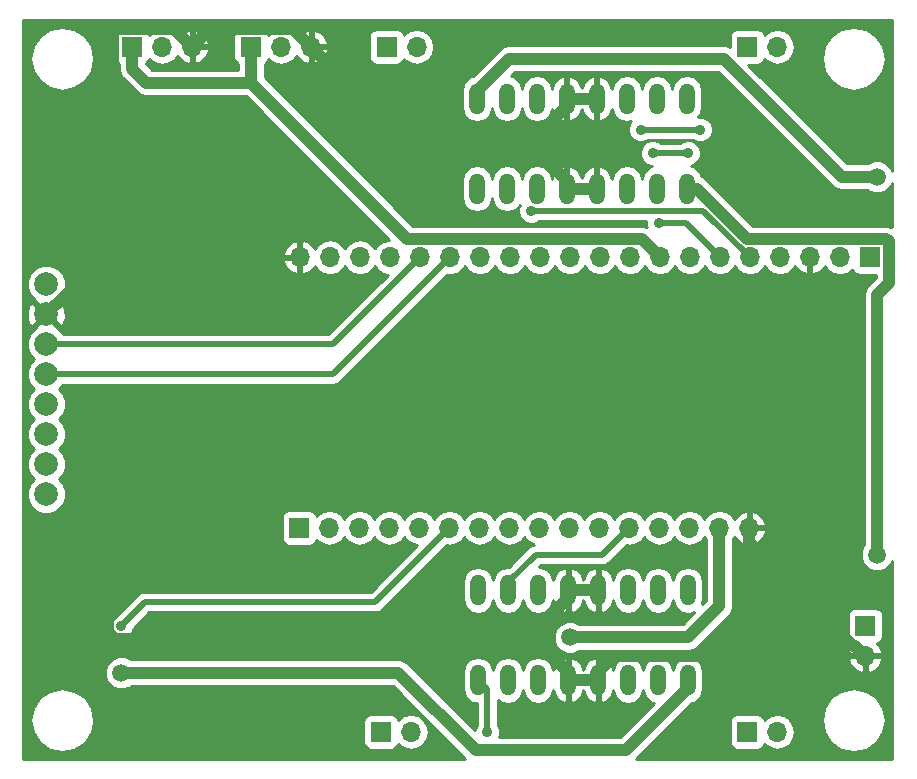
<source format=gbr>
G04 #@! TF.FileFunction,Copper,L2,Bot,Signal*
%FSLAX46Y46*%
G04 Gerber Fmt 4.6, Leading zero omitted, Abs format (unit mm)*
G04 Created by KiCad (PCBNEW 4.0.7) date 05/24/18 23:07:09*
%MOMM*%
%LPD*%
G01*
G04 APERTURE LIST*
%ADD10C,0.100000*%
%ADD11O,1.320800X2.641600*%
%ADD12R,1.700000X1.700000*%
%ADD13O,1.700000X1.700000*%
%ADD14C,2.000000*%
%ADD15C,1.500000*%
%ADD16C,0.900000*%
%ADD17C,1.000000*%
%ADD18C,0.500000*%
%ADD19C,0.254000*%
G04 APERTURE END LIST*
D10*
D11*
X158110000Y-89000000D03*
X160650000Y-89000000D03*
X173350000Y-89000000D03*
X175890000Y-89000000D03*
X163190000Y-89000000D03*
X165730000Y-89000000D03*
X170810000Y-89000000D03*
X168270000Y-89000000D03*
X175890000Y-81380000D03*
X173350000Y-81380000D03*
X170810000Y-81380000D03*
X168270000Y-81380000D03*
X165730000Y-81380000D03*
X163190000Y-81380000D03*
X160650000Y-81380000D03*
X158110000Y-81380000D03*
D12*
X191380000Y-94820000D03*
D13*
X188840000Y-94820000D03*
X186300000Y-94820000D03*
X183760000Y-94820000D03*
X181220000Y-94820000D03*
X178680000Y-94820000D03*
X176140000Y-94820000D03*
X173600000Y-94820000D03*
X171060000Y-94820000D03*
X168520000Y-94820000D03*
X165980000Y-94820000D03*
X163440000Y-94820000D03*
X160900000Y-94820000D03*
X158360000Y-94820000D03*
X155820000Y-94820000D03*
X153280000Y-94820000D03*
X150740000Y-94820000D03*
X148200000Y-94820000D03*
X145660000Y-94820000D03*
X143120000Y-94820000D03*
D12*
X191000000Y-126000000D03*
D13*
X191000000Y-128540000D03*
D12*
X150000000Y-135000000D03*
D13*
X152540000Y-135000000D03*
D12*
X150460000Y-77000000D03*
D13*
X153000000Y-77000000D03*
D12*
X181000000Y-135000000D03*
D13*
X183540000Y-135000000D03*
D12*
X143070000Y-117730000D03*
D13*
X145610000Y-117730000D03*
X148150000Y-117730000D03*
X150690000Y-117730000D03*
X153230000Y-117730000D03*
X155770000Y-117730000D03*
X158310000Y-117730000D03*
X160850000Y-117730000D03*
X163390000Y-117730000D03*
X165930000Y-117730000D03*
X168470000Y-117730000D03*
X171010000Y-117730000D03*
X173550000Y-117730000D03*
X176090000Y-117730000D03*
X178630000Y-117730000D03*
X181170000Y-117730000D03*
D12*
X181000000Y-77000000D03*
D13*
X183540000Y-77000000D03*
D12*
X128920000Y-77000000D03*
D13*
X131460000Y-77000000D03*
X134000000Y-77000000D03*
D12*
X139000000Y-77000000D03*
D13*
X141540000Y-77000000D03*
X144080000Y-77000000D03*
D11*
X158220000Y-130620000D03*
X160760000Y-130620000D03*
X173460000Y-130620000D03*
X176000000Y-130620000D03*
X163300000Y-130620000D03*
X165840000Y-130620000D03*
X170920000Y-130620000D03*
X168380000Y-130620000D03*
X176000000Y-123000000D03*
X173460000Y-123000000D03*
X170920000Y-123000000D03*
X168380000Y-123000000D03*
X165840000Y-123000000D03*
X163300000Y-123000000D03*
X160760000Y-123000000D03*
X158220000Y-123000000D03*
D14*
X121650000Y-97110000D03*
X121650000Y-99650000D03*
X121650000Y-102190000D03*
X121650000Y-104730000D03*
X121650000Y-107270000D03*
X121650000Y-109810000D03*
X121650000Y-112350000D03*
X121650000Y-114890000D03*
D15*
X128000000Y-130000000D03*
X192000000Y-120000000D03*
D16*
X128000000Y-126000000D03*
D15*
X188000000Y-120000000D03*
X147000000Y-122000000D03*
X150000000Y-88000000D03*
X166000000Y-127000000D03*
X192000000Y-88000000D03*
D16*
X159000000Y-135000000D03*
X162699333Y-90875470D03*
X177000006Y-84000000D03*
X171999998Y-84000000D03*
X176000000Y-85999992D03*
X173000000Y-86000000D03*
X173550000Y-91950000D03*
D17*
X193000000Y-93479998D02*
X193000000Y-97000000D01*
X192000000Y-120000000D02*
X192000000Y-98000000D01*
X192000000Y-98000000D02*
X193000000Y-97000000D01*
X170730399Y-136550001D02*
X158000000Y-136550001D01*
X128000000Y-130000000D02*
X151449999Y-130000000D01*
X151449999Y-130000000D02*
X158000000Y-136550001D01*
X176000000Y-131280400D02*
X170730399Y-136550001D01*
X176000000Y-130620000D02*
X176000000Y-131280400D01*
X175890000Y-89000000D02*
X176743516Y-89000000D01*
X176743516Y-89000000D02*
X181013515Y-93269999D01*
X181013515Y-93269999D02*
X192790001Y-93269999D01*
X192790001Y-93269999D02*
X193000000Y-93479998D01*
D18*
X149500000Y-124000000D02*
X131000000Y-124000000D01*
X155770000Y-117730000D02*
X154920001Y-118579999D01*
X154920001Y-118579999D02*
X149500000Y-124000000D01*
X131000000Y-124000000D02*
X130000000Y-124000000D01*
X130000000Y-124000000D02*
X128000000Y-126000000D01*
D17*
X127300000Y-94000000D02*
X124023998Y-97276002D01*
X134000000Y-77000000D02*
X132449999Y-75449999D01*
X132449999Y-75449999D02*
X127509999Y-75449999D01*
X127509999Y-75449999D02*
X127300000Y-75659998D01*
X127300000Y-75659998D02*
X127300000Y-94000000D01*
X183362081Y-120000000D02*
X186939340Y-120000000D01*
X186939340Y-120000000D02*
X188000000Y-120000000D01*
X182800000Y-120562081D02*
X183362081Y-120000000D01*
X154000000Y-127000000D02*
X153849999Y-127150001D01*
X153849999Y-127150001D02*
X127447999Y-127150001D01*
X127447999Y-127150001D02*
X126849999Y-126552001D01*
X126849999Y-126552001D02*
X126849999Y-125447999D01*
X126849999Y-125447999D02*
X130297998Y-122000000D01*
X130297998Y-122000000D02*
X147000000Y-122000000D01*
X182800000Y-120562081D02*
X185000000Y-122762081D01*
X181170000Y-118932081D02*
X182800000Y-120562081D01*
X162880400Y-127000000D02*
X162880400Y-126620000D01*
X162880400Y-126620000D02*
X165840000Y-123660400D01*
X165840000Y-123660400D02*
X165840000Y-123000000D01*
X155060660Y-127000000D02*
X154000000Y-127000000D01*
X162880400Y-127000000D02*
X155060660Y-127000000D01*
X165840000Y-130620000D02*
X165840000Y-129959600D01*
X165840000Y-129959600D02*
X162880400Y-127000000D01*
X169740410Y-128599190D02*
X170000000Y-128599190D01*
X170000000Y-128599190D02*
X179162891Y-128599190D01*
X185000000Y-122762081D02*
X189927920Y-127690001D01*
X168380000Y-130620000D02*
X168380000Y-129959600D01*
X168380000Y-129959600D02*
X169740410Y-128599190D01*
X179162891Y-128599190D02*
X185000000Y-122762081D01*
X152080000Y-85000000D02*
X153000000Y-85000000D01*
X153000000Y-85000000D02*
X162000000Y-85000000D01*
X152080000Y-85920000D02*
X153000000Y-85000000D01*
X165730000Y-89000000D02*
X165730000Y-88339600D01*
X165730000Y-88339600D02*
X162390400Y-85000000D01*
X162390400Y-85000000D02*
X162000000Y-85000000D01*
X165730000Y-81380000D02*
X165730000Y-82040400D01*
X165730000Y-82040400D02*
X162770400Y-85000000D01*
X162770400Y-85000000D02*
X162000000Y-85000000D01*
X144080000Y-77000000D02*
X142529999Y-75449999D01*
X142529999Y-75449999D02*
X135550001Y-75449999D01*
X135550001Y-75449999D02*
X134849999Y-76150001D01*
X134849999Y-76150001D02*
X134000000Y-77000000D01*
X124023998Y-97276002D02*
X124000000Y-97276002D01*
X123300000Y-98000000D02*
X123300000Y-97976002D01*
X123300000Y-97976002D02*
X124000000Y-97276002D01*
X121650000Y-99650000D02*
X123300000Y-98000000D01*
X150000000Y-88000000D02*
X152080000Y-85920000D01*
X165840000Y-123000000D02*
X165840000Y-122339600D01*
X144080000Y-77000000D02*
X152080000Y-85000000D01*
X165730000Y-81380000D02*
X168270000Y-81380000D01*
X168270000Y-89000000D02*
X165730000Y-89000000D01*
X181170000Y-117730000D02*
X181170000Y-118932081D01*
X189927920Y-127690001D02*
X190150001Y-127690001D01*
X190150001Y-127690001D02*
X191000000Y-128540000D01*
X165840000Y-130620000D02*
X168380000Y-130620000D01*
X168380000Y-123000000D02*
X165840000Y-123000000D01*
X168380000Y-122339600D02*
X168380000Y-123000000D01*
X179000000Y-78000000D02*
X189000000Y-88000000D01*
X158110000Y-81380000D02*
X158110000Y-80719600D01*
X158110000Y-80719600D02*
X160829600Y-78000000D01*
X160829600Y-78000000D02*
X179000000Y-78000000D01*
X189000000Y-88000000D02*
X190939340Y-88000000D01*
X190939340Y-88000000D02*
X192000000Y-88000000D01*
X176000000Y-127000000D02*
X178630000Y-124370000D01*
X178630000Y-124370000D02*
X178630000Y-117730000D01*
X166000000Y-127000000D02*
X176000000Y-127000000D01*
X158110000Y-81380000D02*
X158110000Y-81335690D01*
X128920000Y-77000000D02*
X128920000Y-78850000D01*
X130130660Y-80060660D02*
X139000000Y-80060660D01*
X128920000Y-78850000D02*
X130130660Y-80060660D01*
X173600000Y-94820000D02*
X172049999Y-93269999D01*
X172049999Y-93269999D02*
X152209339Y-93269999D01*
X152209339Y-93269999D02*
X139000000Y-80060660D01*
X139000000Y-80060660D02*
X139000000Y-79000000D01*
X139000000Y-79000000D02*
X139000000Y-77000000D01*
D18*
X159000000Y-135000000D02*
X159000000Y-131400000D01*
X159000000Y-131400000D02*
X158220000Y-130620000D01*
X160760000Y-123000000D02*
X160760000Y-122339600D01*
X160760000Y-123660400D02*
X160760000Y-123000000D01*
X160760000Y-122339600D02*
X163099600Y-120000000D01*
X163099600Y-120000000D02*
X168740000Y-120000000D01*
X168740000Y-120000000D02*
X171010000Y-117730000D01*
X162699333Y-90875470D02*
X177275470Y-90875470D01*
X177275470Y-90875470D02*
X181220000Y-94820000D01*
X171999998Y-84000000D02*
X177000006Y-84000000D01*
X176363604Y-84000000D02*
X177000006Y-84000000D01*
X175999992Y-86000000D02*
X176000000Y-85999992D01*
X173000000Y-86000000D02*
X175999992Y-86000000D01*
X173550000Y-91950000D02*
X175810000Y-91950000D01*
X175810000Y-91950000D02*
X178680000Y-94820000D01*
X173350000Y-88339600D02*
X173350000Y-89000000D01*
X121650000Y-102190000D02*
X145910000Y-102190000D01*
X145910000Y-102190000D02*
X153280000Y-94820000D01*
X121650000Y-104730000D02*
X145910000Y-104730000D01*
X145910000Y-104730000D02*
X155820000Y-94820000D01*
D19*
G36*
X193290000Y-87495216D02*
X193174831Y-87216485D01*
X192785564Y-86826539D01*
X192276702Y-86615241D01*
X191725715Y-86614760D01*
X191216485Y-86825169D01*
X191176585Y-86865000D01*
X189470132Y-86865000D01*
X181102572Y-78497440D01*
X181850000Y-78497440D01*
X182085317Y-78453162D01*
X182301441Y-78314090D01*
X182446431Y-78101890D01*
X182460086Y-78034459D01*
X182489946Y-78079147D01*
X182971715Y-78401054D01*
X183540000Y-78514093D01*
X184108285Y-78401054D01*
X184590054Y-78079147D01*
X184642938Y-78000000D01*
X187290000Y-78000000D01*
X187496286Y-79037072D01*
X188083741Y-79916259D01*
X188962928Y-80503714D01*
X190000000Y-80710000D01*
X191037072Y-80503714D01*
X191916259Y-79916259D01*
X192503714Y-79037072D01*
X192710000Y-78000000D01*
X192503714Y-76962928D01*
X191916259Y-76083741D01*
X191037072Y-75496286D01*
X190000000Y-75290000D01*
X188962928Y-75496286D01*
X188083741Y-76083741D01*
X187496286Y-76962928D01*
X187290000Y-78000000D01*
X184642938Y-78000000D01*
X184911961Y-77597378D01*
X185025000Y-77029093D01*
X185025000Y-76970907D01*
X184911961Y-76402622D01*
X184590054Y-75920853D01*
X184108285Y-75598946D01*
X183540000Y-75485907D01*
X182971715Y-75598946D01*
X182489946Y-75920853D01*
X182462150Y-75962452D01*
X182453162Y-75914683D01*
X182314090Y-75698559D01*
X182101890Y-75553569D01*
X181850000Y-75502560D01*
X180150000Y-75502560D01*
X179914683Y-75546838D01*
X179698559Y-75685910D01*
X179553569Y-75898110D01*
X179502560Y-76150000D01*
X179502560Y-76996976D01*
X179434346Y-76951397D01*
X179000000Y-76865000D01*
X160829600Y-76865000D01*
X160395254Y-76951397D01*
X160191065Y-77087832D01*
X160027034Y-77197434D01*
X157771191Y-79453277D01*
X157614272Y-79484490D01*
X157194014Y-79765298D01*
X156913206Y-80185556D01*
X156814600Y-80681284D01*
X156814600Y-82078716D01*
X156913206Y-82574444D01*
X157194014Y-82994702D01*
X157614272Y-83275510D01*
X158110000Y-83374116D01*
X158605728Y-83275510D01*
X159025986Y-82994702D01*
X159306794Y-82574444D01*
X159380000Y-82206411D01*
X159453206Y-82574444D01*
X159734014Y-82994702D01*
X160154272Y-83275510D01*
X160650000Y-83374116D01*
X161145728Y-83275510D01*
X161565986Y-82994702D01*
X161846794Y-82574444D01*
X161920000Y-82206411D01*
X161993206Y-82574444D01*
X162274014Y-82994702D01*
X162694272Y-83275510D01*
X163190000Y-83374116D01*
X163685728Y-83275510D01*
X164105986Y-82994702D01*
X164386794Y-82574444D01*
X164454615Y-82233486D01*
X164581807Y-82653461D01*
X164903816Y-83046189D01*
X165351604Y-83285795D01*
X165402895Y-83293820D01*
X165603000Y-83169933D01*
X165603000Y-81507000D01*
X165857000Y-81507000D01*
X165857000Y-83169933D01*
X166057105Y-83293820D01*
X166108396Y-83285795D01*
X166556184Y-83046189D01*
X166878193Y-82653461D01*
X167000000Y-82251268D01*
X167121807Y-82653461D01*
X167443816Y-83046189D01*
X167891604Y-83285795D01*
X167942895Y-83293820D01*
X168143000Y-83169933D01*
X168143000Y-81507000D01*
X165857000Y-81507000D01*
X165603000Y-81507000D01*
X165583000Y-81507000D01*
X165583000Y-81253000D01*
X165603000Y-81253000D01*
X165603000Y-79590067D01*
X165857000Y-79590067D01*
X165857000Y-81253000D01*
X168143000Y-81253000D01*
X168143000Y-79590067D01*
X168397000Y-79590067D01*
X168397000Y-81253000D01*
X168417000Y-81253000D01*
X168417000Y-81507000D01*
X168397000Y-81507000D01*
X168397000Y-83169933D01*
X168597105Y-83293820D01*
X168648396Y-83285795D01*
X169096184Y-83046189D01*
X169418193Y-82653461D01*
X169545385Y-82233486D01*
X169613206Y-82574444D01*
X169894014Y-82994702D01*
X170314272Y-83275510D01*
X170810000Y-83374116D01*
X171161191Y-83304260D01*
X171080716Y-83384595D01*
X170915187Y-83783233D01*
X170914810Y-84214873D01*
X171079644Y-84613800D01*
X171384593Y-84919282D01*
X171783231Y-85084811D01*
X172214871Y-85085188D01*
X172613798Y-84920354D01*
X172649214Y-84885000D01*
X176350379Y-84885000D01*
X176384601Y-84919282D01*
X176783239Y-85084811D01*
X177214879Y-85085188D01*
X177613806Y-84920354D01*
X177919288Y-84615405D01*
X178084817Y-84216767D01*
X178085194Y-83785127D01*
X177920360Y-83386200D01*
X177615411Y-83080718D01*
X177216773Y-82915189D01*
X176859324Y-82914877D01*
X177086794Y-82574444D01*
X177185400Y-82078716D01*
X177185400Y-80681284D01*
X177086794Y-80185556D01*
X176805986Y-79765298D01*
X176385728Y-79484490D01*
X175890000Y-79385884D01*
X175394272Y-79484490D01*
X174974014Y-79765298D01*
X174693206Y-80185556D01*
X174620000Y-80553589D01*
X174546794Y-80185556D01*
X174265986Y-79765298D01*
X173845728Y-79484490D01*
X173350000Y-79385884D01*
X172854272Y-79484490D01*
X172434014Y-79765298D01*
X172153206Y-80185556D01*
X172080000Y-80553589D01*
X172006794Y-80185556D01*
X171725986Y-79765298D01*
X171305728Y-79484490D01*
X170810000Y-79385884D01*
X170314272Y-79484490D01*
X169894014Y-79765298D01*
X169613206Y-80185556D01*
X169545385Y-80526514D01*
X169418193Y-80106539D01*
X169096184Y-79713811D01*
X168648396Y-79474205D01*
X168597105Y-79466180D01*
X168397000Y-79590067D01*
X168143000Y-79590067D01*
X167942895Y-79466180D01*
X167891604Y-79474205D01*
X167443816Y-79713811D01*
X167121807Y-80106539D01*
X167000000Y-80508732D01*
X166878193Y-80106539D01*
X166556184Y-79713811D01*
X166108396Y-79474205D01*
X166057105Y-79466180D01*
X165857000Y-79590067D01*
X165603000Y-79590067D01*
X165402895Y-79466180D01*
X165351604Y-79474205D01*
X164903816Y-79713811D01*
X164581807Y-80106539D01*
X164454615Y-80526514D01*
X164386794Y-80185556D01*
X164105986Y-79765298D01*
X163685728Y-79484490D01*
X163190000Y-79385884D01*
X162694272Y-79484490D01*
X162274014Y-79765298D01*
X161993206Y-80185556D01*
X161920000Y-80553589D01*
X161846794Y-80185556D01*
X161565986Y-79765298D01*
X161145728Y-79484490D01*
X160982675Y-79452057D01*
X161299732Y-79135000D01*
X178529868Y-79135000D01*
X188197434Y-88802566D01*
X188565655Y-89048604D01*
X189000000Y-89135000D01*
X191176042Y-89135000D01*
X191214436Y-89173461D01*
X191723298Y-89384759D01*
X192274285Y-89385240D01*
X192783515Y-89174831D01*
X193173461Y-88785564D01*
X193290000Y-88504907D01*
X193290000Y-92265264D01*
X193224347Y-92221396D01*
X192790001Y-92134999D01*
X181483648Y-92134999D01*
X177546082Y-88197434D01*
X177177862Y-87951397D01*
X177113247Y-87938544D01*
X177086794Y-87805556D01*
X176805986Y-87385298D01*
X176385728Y-87104490D01*
X176238848Y-87075274D01*
X176613800Y-86920346D01*
X176919282Y-86615397D01*
X177084811Y-86216759D01*
X177085188Y-85785119D01*
X176920354Y-85386192D01*
X176615405Y-85080710D01*
X176216767Y-84915181D01*
X175785127Y-84914804D01*
X175386200Y-85079638D01*
X175350776Y-85115000D01*
X173649627Y-85115000D01*
X173615405Y-85080718D01*
X173216767Y-84915189D01*
X172785127Y-84914812D01*
X172386200Y-85079646D01*
X172080718Y-85384595D01*
X171915189Y-85783233D01*
X171914812Y-86214873D01*
X172079646Y-86613800D01*
X172384595Y-86919282D01*
X172783233Y-87084811D01*
X172952462Y-87084959D01*
X172854272Y-87104490D01*
X172434014Y-87385298D01*
X172153206Y-87805556D01*
X172080000Y-88173589D01*
X172006794Y-87805556D01*
X171725986Y-87385298D01*
X171305728Y-87104490D01*
X170810000Y-87005884D01*
X170314272Y-87104490D01*
X169894014Y-87385298D01*
X169613206Y-87805556D01*
X169545385Y-88146514D01*
X169418193Y-87726539D01*
X169096184Y-87333811D01*
X168648396Y-87094205D01*
X168597105Y-87086180D01*
X168397000Y-87210067D01*
X168397000Y-88873000D01*
X168417000Y-88873000D01*
X168417000Y-89127000D01*
X168397000Y-89127000D01*
X168397000Y-89147000D01*
X168143000Y-89147000D01*
X168143000Y-89127000D01*
X165857000Y-89127000D01*
X165857000Y-89147000D01*
X165603000Y-89147000D01*
X165603000Y-89127000D01*
X165583000Y-89127000D01*
X165583000Y-88873000D01*
X165603000Y-88873000D01*
X165603000Y-87210067D01*
X165857000Y-87210067D01*
X165857000Y-88873000D01*
X168143000Y-88873000D01*
X168143000Y-87210067D01*
X167942895Y-87086180D01*
X167891604Y-87094205D01*
X167443816Y-87333811D01*
X167121807Y-87726539D01*
X167000000Y-88128732D01*
X166878193Y-87726539D01*
X166556184Y-87333811D01*
X166108396Y-87094205D01*
X166057105Y-87086180D01*
X165857000Y-87210067D01*
X165603000Y-87210067D01*
X165402895Y-87086180D01*
X165351604Y-87094205D01*
X164903816Y-87333811D01*
X164581807Y-87726539D01*
X164454615Y-88146514D01*
X164386794Y-87805556D01*
X164105986Y-87385298D01*
X163685728Y-87104490D01*
X163190000Y-87005884D01*
X162694272Y-87104490D01*
X162274014Y-87385298D01*
X161993206Y-87805556D01*
X161920000Y-88173589D01*
X161846794Y-87805556D01*
X161565986Y-87385298D01*
X161145728Y-87104490D01*
X160650000Y-87005884D01*
X160154272Y-87104490D01*
X159734014Y-87385298D01*
X159453206Y-87805556D01*
X159380000Y-88173589D01*
X159306794Y-87805556D01*
X159025986Y-87385298D01*
X158605728Y-87104490D01*
X158110000Y-87005884D01*
X157614272Y-87104490D01*
X157194014Y-87385298D01*
X156913206Y-87805556D01*
X156814600Y-88301284D01*
X156814600Y-89698716D01*
X156913206Y-90194444D01*
X157194014Y-90614702D01*
X157614272Y-90895510D01*
X158110000Y-90994116D01*
X158605728Y-90895510D01*
X159025986Y-90614702D01*
X159306794Y-90194444D01*
X159380000Y-89826411D01*
X159453206Y-90194444D01*
X159734014Y-90614702D01*
X160154272Y-90895510D01*
X160650000Y-90994116D01*
X161145728Y-90895510D01*
X161565986Y-90614702D01*
X161742464Y-90350585D01*
X161614522Y-90658703D01*
X161614145Y-91090343D01*
X161778979Y-91489270D01*
X162083928Y-91794752D01*
X162482566Y-91960281D01*
X162914206Y-91960658D01*
X163313133Y-91795824D01*
X163348549Y-91760470D01*
X172465165Y-91760470D01*
X172464812Y-92164873D01*
X172489625Y-92224924D01*
X172484345Y-92221396D01*
X172049999Y-92134999D01*
X152679471Y-92134999D01*
X140135000Y-79590528D01*
X140135000Y-78421192D01*
X140301441Y-78314090D01*
X140446431Y-78101890D01*
X140460086Y-78034459D01*
X140489946Y-78079147D01*
X140971715Y-78401054D01*
X141540000Y-78514093D01*
X142108285Y-78401054D01*
X142590054Y-78079147D01*
X142817702Y-77738447D01*
X142884817Y-77881358D01*
X143313076Y-78271645D01*
X143723110Y-78441476D01*
X143953000Y-78320155D01*
X143953000Y-77127000D01*
X144207000Y-77127000D01*
X144207000Y-78320155D01*
X144436890Y-78441476D01*
X144846924Y-78271645D01*
X145275183Y-77881358D01*
X145521486Y-77356892D01*
X145400819Y-77127000D01*
X144207000Y-77127000D01*
X143953000Y-77127000D01*
X143933000Y-77127000D01*
X143933000Y-76873000D01*
X143953000Y-76873000D01*
X143953000Y-75679845D01*
X144207000Y-75679845D01*
X144207000Y-76873000D01*
X145400819Y-76873000D01*
X145521486Y-76643108D01*
X145289910Y-76150000D01*
X148962560Y-76150000D01*
X148962560Y-77850000D01*
X149006838Y-78085317D01*
X149145910Y-78301441D01*
X149358110Y-78446431D01*
X149610000Y-78497440D01*
X151310000Y-78497440D01*
X151545317Y-78453162D01*
X151761441Y-78314090D01*
X151906431Y-78101890D01*
X151920086Y-78034459D01*
X151949946Y-78079147D01*
X152431715Y-78401054D01*
X153000000Y-78514093D01*
X153568285Y-78401054D01*
X154050054Y-78079147D01*
X154371961Y-77597378D01*
X154485000Y-77029093D01*
X154485000Y-76970907D01*
X154371961Y-76402622D01*
X154050054Y-75920853D01*
X153568285Y-75598946D01*
X153000000Y-75485907D01*
X152431715Y-75598946D01*
X151949946Y-75920853D01*
X151922150Y-75962452D01*
X151913162Y-75914683D01*
X151774090Y-75698559D01*
X151561890Y-75553569D01*
X151310000Y-75502560D01*
X149610000Y-75502560D01*
X149374683Y-75546838D01*
X149158559Y-75685910D01*
X149013569Y-75898110D01*
X148962560Y-76150000D01*
X145289910Y-76150000D01*
X145275183Y-76118642D01*
X144846924Y-75728355D01*
X144436890Y-75558524D01*
X144207000Y-75679845D01*
X143953000Y-75679845D01*
X143723110Y-75558524D01*
X143313076Y-75728355D01*
X142884817Y-76118642D01*
X142817702Y-76261553D01*
X142590054Y-75920853D01*
X142108285Y-75598946D01*
X141540000Y-75485907D01*
X140971715Y-75598946D01*
X140489946Y-75920853D01*
X140462150Y-75962452D01*
X140453162Y-75914683D01*
X140314090Y-75698559D01*
X140101890Y-75553569D01*
X139850000Y-75502560D01*
X138150000Y-75502560D01*
X137914683Y-75546838D01*
X137698559Y-75685910D01*
X137553569Y-75898110D01*
X137502560Y-76150000D01*
X137502560Y-77850000D01*
X137546838Y-78085317D01*
X137685910Y-78301441D01*
X137865000Y-78423808D01*
X137865000Y-78925660D01*
X130600792Y-78925660D01*
X130080144Y-78405012D01*
X130221441Y-78314090D01*
X130366431Y-78101890D01*
X130380086Y-78034459D01*
X130409946Y-78079147D01*
X130891715Y-78401054D01*
X131460000Y-78514093D01*
X132028285Y-78401054D01*
X132510054Y-78079147D01*
X132737702Y-77738447D01*
X132804817Y-77881358D01*
X133233076Y-78271645D01*
X133643110Y-78441476D01*
X133873000Y-78320155D01*
X133873000Y-77127000D01*
X134127000Y-77127000D01*
X134127000Y-78320155D01*
X134356890Y-78441476D01*
X134766924Y-78271645D01*
X135195183Y-77881358D01*
X135441486Y-77356892D01*
X135320819Y-77127000D01*
X134127000Y-77127000D01*
X133873000Y-77127000D01*
X133853000Y-77127000D01*
X133853000Y-76873000D01*
X133873000Y-76873000D01*
X133873000Y-75679845D01*
X134127000Y-75679845D01*
X134127000Y-76873000D01*
X135320819Y-76873000D01*
X135441486Y-76643108D01*
X135195183Y-76118642D01*
X134766924Y-75728355D01*
X134356890Y-75558524D01*
X134127000Y-75679845D01*
X133873000Y-75679845D01*
X133643110Y-75558524D01*
X133233076Y-75728355D01*
X132804817Y-76118642D01*
X132737702Y-76261553D01*
X132510054Y-75920853D01*
X132028285Y-75598946D01*
X131460000Y-75485907D01*
X130891715Y-75598946D01*
X130409946Y-75920853D01*
X130382150Y-75962452D01*
X130373162Y-75914683D01*
X130234090Y-75698559D01*
X130021890Y-75553569D01*
X129770000Y-75502560D01*
X128070000Y-75502560D01*
X127834683Y-75546838D01*
X127618559Y-75685910D01*
X127473569Y-75898110D01*
X127422560Y-76150000D01*
X127422560Y-77850000D01*
X127466838Y-78085317D01*
X127605910Y-78301441D01*
X127785000Y-78423808D01*
X127785000Y-78850000D01*
X127871397Y-79284346D01*
X128099893Y-79626314D01*
X128117434Y-79652566D01*
X129328094Y-80863226D01*
X129696314Y-81109263D01*
X130130660Y-81195660D01*
X138529868Y-81195660D01*
X150656687Y-93322479D01*
X150171715Y-93418946D01*
X149689946Y-93740853D01*
X149470000Y-94070026D01*
X149250054Y-93740853D01*
X148768285Y-93418946D01*
X148200000Y-93305907D01*
X147631715Y-93418946D01*
X147149946Y-93740853D01*
X146930000Y-94070026D01*
X146710054Y-93740853D01*
X146228285Y-93418946D01*
X145660000Y-93305907D01*
X145091715Y-93418946D01*
X144609946Y-93740853D01*
X144382298Y-94081553D01*
X144315183Y-93938642D01*
X143886924Y-93548355D01*
X143476890Y-93378524D01*
X143247000Y-93499845D01*
X143247000Y-94693000D01*
X143267000Y-94693000D01*
X143267000Y-94947000D01*
X143247000Y-94947000D01*
X143247000Y-96140155D01*
X143476890Y-96261476D01*
X143886924Y-96091645D01*
X144315183Y-95701358D01*
X144382298Y-95558447D01*
X144609946Y-95899147D01*
X145091715Y-96221054D01*
X145660000Y-96334093D01*
X146228285Y-96221054D01*
X146710054Y-95899147D01*
X146930000Y-95569974D01*
X147149946Y-95899147D01*
X147631715Y-96221054D01*
X148200000Y-96334093D01*
X148768285Y-96221054D01*
X149250054Y-95899147D01*
X149470000Y-95569974D01*
X149689946Y-95899147D01*
X150171715Y-96221054D01*
X150551769Y-96296652D01*
X145543420Y-101305000D01*
X123053398Y-101305000D01*
X123036894Y-101265057D01*
X122610022Y-100837438D01*
X122622927Y-100802532D01*
X121650000Y-99829605D01*
X120677073Y-100802532D01*
X120690164Y-100837938D01*
X120264722Y-101262637D01*
X120015284Y-101863352D01*
X120014716Y-102513795D01*
X120263106Y-103114943D01*
X120607759Y-103460199D01*
X120264722Y-103802637D01*
X120015284Y-104403352D01*
X120014716Y-105053795D01*
X120263106Y-105654943D01*
X120607759Y-106000199D01*
X120264722Y-106342637D01*
X120015284Y-106943352D01*
X120014716Y-107593795D01*
X120263106Y-108194943D01*
X120607759Y-108540199D01*
X120264722Y-108882637D01*
X120015284Y-109483352D01*
X120014716Y-110133795D01*
X120263106Y-110734943D01*
X120607759Y-111080199D01*
X120264722Y-111422637D01*
X120015284Y-112023352D01*
X120014716Y-112673795D01*
X120263106Y-113274943D01*
X120607759Y-113620199D01*
X120264722Y-113962637D01*
X120015284Y-114563352D01*
X120014716Y-115213795D01*
X120263106Y-115814943D01*
X120722637Y-116275278D01*
X121323352Y-116524716D01*
X121973795Y-116525284D01*
X122574943Y-116276894D01*
X123035278Y-115817363D01*
X123284716Y-115216648D01*
X123285284Y-114566205D01*
X123036894Y-113965057D01*
X122692241Y-113619801D01*
X123035278Y-113277363D01*
X123284716Y-112676648D01*
X123285284Y-112026205D01*
X123036894Y-111425057D01*
X122692241Y-111079801D01*
X123035278Y-110737363D01*
X123284716Y-110136648D01*
X123285284Y-109486205D01*
X123036894Y-108885057D01*
X122692241Y-108539801D01*
X123035278Y-108197363D01*
X123284716Y-107596648D01*
X123285284Y-106946205D01*
X123036894Y-106345057D01*
X122692241Y-105999801D01*
X123035278Y-105657363D01*
X123052869Y-105615000D01*
X145909995Y-105615000D01*
X145910000Y-105615001D01*
X146192484Y-105558810D01*
X146248675Y-105547633D01*
X146535790Y-105355790D01*
X155601040Y-96290539D01*
X155820000Y-96334093D01*
X156388285Y-96221054D01*
X156870054Y-95899147D01*
X157090000Y-95569974D01*
X157309946Y-95899147D01*
X157791715Y-96221054D01*
X158360000Y-96334093D01*
X158928285Y-96221054D01*
X159410054Y-95899147D01*
X159630000Y-95569974D01*
X159849946Y-95899147D01*
X160331715Y-96221054D01*
X160900000Y-96334093D01*
X161468285Y-96221054D01*
X161950054Y-95899147D01*
X162170000Y-95569974D01*
X162389946Y-95899147D01*
X162871715Y-96221054D01*
X163440000Y-96334093D01*
X164008285Y-96221054D01*
X164490054Y-95899147D01*
X164710000Y-95569974D01*
X164929946Y-95899147D01*
X165411715Y-96221054D01*
X165980000Y-96334093D01*
X166548285Y-96221054D01*
X167030054Y-95899147D01*
X167250000Y-95569974D01*
X167469946Y-95899147D01*
X167951715Y-96221054D01*
X168520000Y-96334093D01*
X169088285Y-96221054D01*
X169570054Y-95899147D01*
X169790000Y-95569974D01*
X170009946Y-95899147D01*
X170491715Y-96221054D01*
X171060000Y-96334093D01*
X171628285Y-96221054D01*
X172110054Y-95899147D01*
X172330000Y-95569974D01*
X172549946Y-95899147D01*
X173031715Y-96221054D01*
X173600000Y-96334093D01*
X174168285Y-96221054D01*
X174650054Y-95899147D01*
X174870000Y-95569974D01*
X175089946Y-95899147D01*
X175571715Y-96221054D01*
X176140000Y-96334093D01*
X176708285Y-96221054D01*
X177190054Y-95899147D01*
X177410000Y-95569974D01*
X177629946Y-95899147D01*
X178111715Y-96221054D01*
X178680000Y-96334093D01*
X179248285Y-96221054D01*
X179730054Y-95899147D01*
X179950000Y-95569974D01*
X180169946Y-95899147D01*
X180651715Y-96221054D01*
X181220000Y-96334093D01*
X181788285Y-96221054D01*
X182270054Y-95899147D01*
X182490000Y-95569974D01*
X182709946Y-95899147D01*
X183191715Y-96221054D01*
X183760000Y-96334093D01*
X184328285Y-96221054D01*
X184810054Y-95899147D01*
X185037702Y-95558447D01*
X185104817Y-95701358D01*
X185533076Y-96091645D01*
X185943110Y-96261476D01*
X186173000Y-96140155D01*
X186173000Y-94947000D01*
X186153000Y-94947000D01*
X186153000Y-94693000D01*
X186173000Y-94693000D01*
X186173000Y-94673000D01*
X186427000Y-94673000D01*
X186427000Y-94693000D01*
X186447000Y-94693000D01*
X186447000Y-94947000D01*
X186427000Y-94947000D01*
X186427000Y-96140155D01*
X186656890Y-96261476D01*
X187066924Y-96091645D01*
X187495183Y-95701358D01*
X187562298Y-95558447D01*
X187789946Y-95899147D01*
X188271715Y-96221054D01*
X188840000Y-96334093D01*
X189408285Y-96221054D01*
X189890054Y-95899147D01*
X189917850Y-95857548D01*
X189926838Y-95905317D01*
X190065910Y-96121441D01*
X190278110Y-96266431D01*
X190530000Y-96317440D01*
X191865000Y-96317440D01*
X191865000Y-96529867D01*
X191197434Y-97197434D01*
X190951397Y-97565654D01*
X190865000Y-98000000D01*
X190865000Y-119176042D01*
X190826539Y-119214436D01*
X190615241Y-119723298D01*
X190614760Y-120274285D01*
X190825169Y-120783515D01*
X191214436Y-121173461D01*
X191723298Y-121384759D01*
X192274285Y-121385240D01*
X192783515Y-121174831D01*
X193173461Y-120785564D01*
X193290000Y-120504907D01*
X193290000Y-137290000D01*
X171595532Y-137290000D01*
X174735532Y-134150000D01*
X179502560Y-134150000D01*
X179502560Y-135850000D01*
X179546838Y-136085317D01*
X179685910Y-136301441D01*
X179898110Y-136446431D01*
X180150000Y-136497440D01*
X181850000Y-136497440D01*
X182085317Y-136453162D01*
X182301441Y-136314090D01*
X182446431Y-136101890D01*
X182460086Y-136034459D01*
X182489946Y-136079147D01*
X182971715Y-136401054D01*
X183540000Y-136514093D01*
X184108285Y-136401054D01*
X184590054Y-136079147D01*
X184911961Y-135597378D01*
X185025000Y-135029093D01*
X185025000Y-134970907D01*
X184911961Y-134402622D01*
X184642939Y-134000000D01*
X187290000Y-134000000D01*
X187496286Y-135037072D01*
X188083741Y-135916259D01*
X188962928Y-136503714D01*
X190000000Y-136710000D01*
X191037072Y-136503714D01*
X191916259Y-135916259D01*
X192503714Y-135037072D01*
X192710000Y-134000000D01*
X192503714Y-132962928D01*
X191916259Y-132083741D01*
X191037072Y-131496286D01*
X190000000Y-131290000D01*
X188962928Y-131496286D01*
X188083741Y-132083741D01*
X187496286Y-132962928D01*
X187290000Y-134000000D01*
X184642939Y-134000000D01*
X184590054Y-133920853D01*
X184108285Y-133598946D01*
X183540000Y-133485907D01*
X182971715Y-133598946D01*
X182489946Y-133920853D01*
X182462150Y-133962452D01*
X182453162Y-133914683D01*
X182314090Y-133698559D01*
X182101890Y-133553569D01*
X181850000Y-133502560D01*
X180150000Y-133502560D01*
X179914683Y-133546838D01*
X179698559Y-133685910D01*
X179553569Y-133898110D01*
X179502560Y-134150000D01*
X174735532Y-134150000D01*
X176338809Y-132546723D01*
X176495728Y-132515510D01*
X176915986Y-132234702D01*
X177196794Y-131814444D01*
X177295400Y-131318716D01*
X177295400Y-129921284D01*
X177196794Y-129425556D01*
X176915986Y-129005298D01*
X176753743Y-128896890D01*
X189558524Y-128896890D01*
X189728355Y-129306924D01*
X190118642Y-129735183D01*
X190643108Y-129981486D01*
X190873000Y-129860819D01*
X190873000Y-128667000D01*
X191127000Y-128667000D01*
X191127000Y-129860819D01*
X191356892Y-129981486D01*
X191881358Y-129735183D01*
X192271645Y-129306924D01*
X192441476Y-128896890D01*
X192320155Y-128667000D01*
X191127000Y-128667000D01*
X190873000Y-128667000D01*
X189679845Y-128667000D01*
X189558524Y-128896890D01*
X176753743Y-128896890D01*
X176495728Y-128724490D01*
X176000000Y-128625884D01*
X175504272Y-128724490D01*
X175084014Y-129005298D01*
X174803206Y-129425556D01*
X174730000Y-129793589D01*
X174656794Y-129425556D01*
X174375986Y-129005298D01*
X173955728Y-128724490D01*
X173460000Y-128625884D01*
X172964272Y-128724490D01*
X172544014Y-129005298D01*
X172263206Y-129425556D01*
X172190000Y-129793589D01*
X172116794Y-129425556D01*
X171835986Y-129005298D01*
X171415728Y-128724490D01*
X170920000Y-128625884D01*
X170424272Y-128724490D01*
X170004014Y-129005298D01*
X169723206Y-129425556D01*
X169655385Y-129766514D01*
X169528193Y-129346539D01*
X169206184Y-128953811D01*
X168758396Y-128714205D01*
X168707105Y-128706180D01*
X168507000Y-128830067D01*
X168507000Y-130493000D01*
X168527000Y-130493000D01*
X168527000Y-130747000D01*
X168507000Y-130747000D01*
X168507000Y-132409933D01*
X168707105Y-132533820D01*
X168758396Y-132525795D01*
X169206184Y-132286189D01*
X169528193Y-131893461D01*
X169655385Y-131473486D01*
X169723206Y-131814444D01*
X170004014Y-132234702D01*
X170424272Y-132515510D01*
X170920000Y-132614116D01*
X171415728Y-132515510D01*
X171835986Y-132234702D01*
X172116794Y-131814444D01*
X172190000Y-131446411D01*
X172263206Y-131814444D01*
X172544014Y-132234702D01*
X172964272Y-132515510D01*
X173127325Y-132547943D01*
X170260267Y-135415001D01*
X160002497Y-135415001D01*
X160084811Y-135216767D01*
X160085188Y-134785127D01*
X159920354Y-134386200D01*
X159885000Y-134350784D01*
X159885000Y-132262088D01*
X160264272Y-132515510D01*
X160760000Y-132614116D01*
X161255728Y-132515510D01*
X161675986Y-132234702D01*
X161956794Y-131814444D01*
X162030000Y-131446411D01*
X162103206Y-131814444D01*
X162384014Y-132234702D01*
X162804272Y-132515510D01*
X163300000Y-132614116D01*
X163795728Y-132515510D01*
X164215986Y-132234702D01*
X164496794Y-131814444D01*
X164564615Y-131473486D01*
X164691807Y-131893461D01*
X165013816Y-132286189D01*
X165461604Y-132525795D01*
X165512895Y-132533820D01*
X165713000Y-132409933D01*
X165713000Y-130747000D01*
X165967000Y-130747000D01*
X165967000Y-132409933D01*
X166167105Y-132533820D01*
X166218396Y-132525795D01*
X166666184Y-132286189D01*
X166988193Y-131893461D01*
X167110000Y-131491268D01*
X167231807Y-131893461D01*
X167553816Y-132286189D01*
X168001604Y-132525795D01*
X168052895Y-132533820D01*
X168253000Y-132409933D01*
X168253000Y-130747000D01*
X165967000Y-130747000D01*
X165713000Y-130747000D01*
X165693000Y-130747000D01*
X165693000Y-130493000D01*
X165713000Y-130493000D01*
X165713000Y-128830067D01*
X165967000Y-128830067D01*
X165967000Y-130493000D01*
X168253000Y-130493000D01*
X168253000Y-128830067D01*
X168052895Y-128706180D01*
X168001604Y-128714205D01*
X167553816Y-128953811D01*
X167231807Y-129346539D01*
X167110000Y-129748732D01*
X166988193Y-129346539D01*
X166666184Y-128953811D01*
X166218396Y-128714205D01*
X166167105Y-128706180D01*
X165967000Y-128830067D01*
X165713000Y-128830067D01*
X165512895Y-128706180D01*
X165461604Y-128714205D01*
X165013816Y-128953811D01*
X164691807Y-129346539D01*
X164564615Y-129766514D01*
X164496794Y-129425556D01*
X164215986Y-129005298D01*
X163795728Y-128724490D01*
X163300000Y-128625884D01*
X162804272Y-128724490D01*
X162384014Y-129005298D01*
X162103206Y-129425556D01*
X162030000Y-129793589D01*
X161956794Y-129425556D01*
X161675986Y-129005298D01*
X161255728Y-128724490D01*
X160760000Y-128625884D01*
X160264272Y-128724490D01*
X159844014Y-129005298D01*
X159563206Y-129425556D01*
X159490000Y-129793589D01*
X159416794Y-129425556D01*
X159135986Y-129005298D01*
X158715728Y-128724490D01*
X158220000Y-128625884D01*
X157724272Y-128724490D01*
X157304014Y-129005298D01*
X157023206Y-129425556D01*
X156924600Y-129921284D01*
X156924600Y-131318716D01*
X157023206Y-131814444D01*
X157304014Y-132234702D01*
X157724272Y-132515510D01*
X158115000Y-132593230D01*
X158115000Y-134350373D01*
X158080718Y-134384595D01*
X157915189Y-134783233D01*
X157915122Y-134859991D01*
X152252565Y-129197434D01*
X151965013Y-129005298D01*
X151884345Y-128951397D01*
X151449999Y-128865000D01*
X128823958Y-128865000D01*
X128785564Y-128826539D01*
X128276702Y-128615241D01*
X127725715Y-128614760D01*
X127216485Y-128825169D01*
X126826539Y-129214436D01*
X126615241Y-129723298D01*
X126614760Y-130274285D01*
X126825169Y-130783515D01*
X127214436Y-131173461D01*
X127723298Y-131384759D01*
X128274285Y-131385240D01*
X128783515Y-131174831D01*
X128823415Y-131135000D01*
X150979867Y-131135000D01*
X157134867Y-137290000D01*
X119710000Y-137290000D01*
X119710000Y-134000000D01*
X120290000Y-134000000D01*
X120496286Y-135037072D01*
X121083741Y-135916259D01*
X121962928Y-136503714D01*
X123000000Y-136710000D01*
X124037072Y-136503714D01*
X124916259Y-135916259D01*
X125503714Y-135037072D01*
X125680163Y-134150000D01*
X148502560Y-134150000D01*
X148502560Y-135850000D01*
X148546838Y-136085317D01*
X148685910Y-136301441D01*
X148898110Y-136446431D01*
X149150000Y-136497440D01*
X150850000Y-136497440D01*
X151085317Y-136453162D01*
X151301441Y-136314090D01*
X151446431Y-136101890D01*
X151460086Y-136034459D01*
X151489946Y-136079147D01*
X151971715Y-136401054D01*
X152540000Y-136514093D01*
X153108285Y-136401054D01*
X153590054Y-136079147D01*
X153911961Y-135597378D01*
X154025000Y-135029093D01*
X154025000Y-134970907D01*
X153911961Y-134402622D01*
X153590054Y-133920853D01*
X153108285Y-133598946D01*
X152540000Y-133485907D01*
X151971715Y-133598946D01*
X151489946Y-133920853D01*
X151462150Y-133962452D01*
X151453162Y-133914683D01*
X151314090Y-133698559D01*
X151101890Y-133553569D01*
X150850000Y-133502560D01*
X149150000Y-133502560D01*
X148914683Y-133546838D01*
X148698559Y-133685910D01*
X148553569Y-133898110D01*
X148502560Y-134150000D01*
X125680163Y-134150000D01*
X125710000Y-134000000D01*
X125503714Y-132962928D01*
X124916259Y-132083741D01*
X124037072Y-131496286D01*
X123000000Y-131290000D01*
X121962928Y-131496286D01*
X121083741Y-132083741D01*
X120496286Y-132962928D01*
X120290000Y-134000000D01*
X119710000Y-134000000D01*
X119710000Y-126214873D01*
X126914812Y-126214873D01*
X127079646Y-126613800D01*
X127384595Y-126919282D01*
X127783233Y-127084811D01*
X128214873Y-127085188D01*
X128613800Y-126920354D01*
X128919282Y-126615405D01*
X129084811Y-126216767D01*
X129084855Y-126166725D01*
X130366579Y-124885000D01*
X149499995Y-124885000D01*
X149500000Y-124885001D01*
X149782484Y-124828810D01*
X149838675Y-124817633D01*
X150125790Y-124625790D01*
X155545788Y-119205791D01*
X155545791Y-119205789D01*
X155551041Y-119200539D01*
X155770000Y-119244093D01*
X156338285Y-119131054D01*
X156820054Y-118809147D01*
X157040000Y-118479974D01*
X157259946Y-118809147D01*
X157741715Y-119131054D01*
X158310000Y-119244093D01*
X158878285Y-119131054D01*
X159360054Y-118809147D01*
X159580000Y-118479974D01*
X159799946Y-118809147D01*
X160281715Y-119131054D01*
X160850000Y-119244093D01*
X161418285Y-119131054D01*
X161900054Y-118809147D01*
X162120000Y-118479974D01*
X162339946Y-118809147D01*
X162821715Y-119131054D01*
X162920303Y-119150664D01*
X162817116Y-119171190D01*
X162760925Y-119182367D01*
X162473810Y-119374210D01*
X162473808Y-119374213D01*
X160828509Y-121019511D01*
X160760000Y-121005884D01*
X160264272Y-121104490D01*
X159844014Y-121385298D01*
X159563206Y-121805556D01*
X159490000Y-122173589D01*
X159416794Y-121805556D01*
X159135986Y-121385298D01*
X158715728Y-121104490D01*
X158220000Y-121005884D01*
X157724272Y-121104490D01*
X157304014Y-121385298D01*
X157023206Y-121805556D01*
X156924600Y-122301284D01*
X156924600Y-123698716D01*
X157023206Y-124194444D01*
X157304014Y-124614702D01*
X157724272Y-124895510D01*
X158220000Y-124994116D01*
X158715728Y-124895510D01*
X159135986Y-124614702D01*
X159416794Y-124194444D01*
X159490000Y-123826411D01*
X159563206Y-124194444D01*
X159844014Y-124614702D01*
X160264272Y-124895510D01*
X160760000Y-124994116D01*
X161255728Y-124895510D01*
X161675986Y-124614702D01*
X161956794Y-124194444D01*
X162030000Y-123826411D01*
X162103206Y-124194444D01*
X162384014Y-124614702D01*
X162804272Y-124895510D01*
X163300000Y-124994116D01*
X163795728Y-124895510D01*
X164215986Y-124614702D01*
X164496794Y-124194444D01*
X164564615Y-123853486D01*
X164691807Y-124273461D01*
X165013816Y-124666189D01*
X165461604Y-124905795D01*
X165512895Y-124913820D01*
X165713000Y-124789933D01*
X165713000Y-123127000D01*
X165967000Y-123127000D01*
X165967000Y-124789933D01*
X166167105Y-124913820D01*
X166218396Y-124905795D01*
X166666184Y-124666189D01*
X166988193Y-124273461D01*
X167110000Y-123871268D01*
X167231807Y-124273461D01*
X167553816Y-124666189D01*
X168001604Y-124905795D01*
X168052895Y-124913820D01*
X168253000Y-124789933D01*
X168253000Y-123127000D01*
X165967000Y-123127000D01*
X165713000Y-123127000D01*
X165693000Y-123127000D01*
X165693000Y-122873000D01*
X165713000Y-122873000D01*
X165713000Y-121210067D01*
X165967000Y-121210067D01*
X165967000Y-122873000D01*
X168253000Y-122873000D01*
X168253000Y-121210067D01*
X168052895Y-121086180D01*
X168001604Y-121094205D01*
X167553816Y-121333811D01*
X167231807Y-121726539D01*
X167110000Y-122128732D01*
X166988193Y-121726539D01*
X166666184Y-121333811D01*
X166218396Y-121094205D01*
X166167105Y-121086180D01*
X165967000Y-121210067D01*
X165713000Y-121210067D01*
X165512895Y-121086180D01*
X165461604Y-121094205D01*
X165013816Y-121333811D01*
X164691807Y-121726539D01*
X164564615Y-122146514D01*
X164496794Y-121805556D01*
X164215986Y-121385298D01*
X163795728Y-121104490D01*
X163337780Y-121013399D01*
X163466179Y-120885000D01*
X168739995Y-120885000D01*
X168740000Y-120885001D01*
X169022484Y-120828810D01*
X169078675Y-120817633D01*
X169365790Y-120625790D01*
X170791040Y-119200539D01*
X171010000Y-119244093D01*
X171578285Y-119131054D01*
X172060054Y-118809147D01*
X172280000Y-118479974D01*
X172499946Y-118809147D01*
X172981715Y-119131054D01*
X173550000Y-119244093D01*
X174118285Y-119131054D01*
X174600054Y-118809147D01*
X174820000Y-118479974D01*
X175039946Y-118809147D01*
X175521715Y-119131054D01*
X176090000Y-119244093D01*
X176658285Y-119131054D01*
X177140054Y-118809147D01*
X177360000Y-118479974D01*
X177495000Y-118682016D01*
X177495000Y-123899868D01*
X177189484Y-124205384D01*
X177196794Y-124194444D01*
X177295400Y-123698716D01*
X177295400Y-122301284D01*
X177196794Y-121805556D01*
X176915986Y-121385298D01*
X176495728Y-121104490D01*
X176000000Y-121005884D01*
X175504272Y-121104490D01*
X175084014Y-121385298D01*
X174803206Y-121805556D01*
X174730000Y-122173589D01*
X174656794Y-121805556D01*
X174375986Y-121385298D01*
X173955728Y-121104490D01*
X173460000Y-121005884D01*
X172964272Y-121104490D01*
X172544014Y-121385298D01*
X172263206Y-121805556D01*
X172190000Y-122173589D01*
X172116794Y-121805556D01*
X171835986Y-121385298D01*
X171415728Y-121104490D01*
X170920000Y-121005884D01*
X170424272Y-121104490D01*
X170004014Y-121385298D01*
X169723206Y-121805556D01*
X169655385Y-122146514D01*
X169528193Y-121726539D01*
X169206184Y-121333811D01*
X168758396Y-121094205D01*
X168707105Y-121086180D01*
X168507000Y-121210067D01*
X168507000Y-122873000D01*
X168527000Y-122873000D01*
X168527000Y-123127000D01*
X168507000Y-123127000D01*
X168507000Y-124789933D01*
X168707105Y-124913820D01*
X168758396Y-124905795D01*
X169206184Y-124666189D01*
X169528193Y-124273461D01*
X169655385Y-123853486D01*
X169723206Y-124194444D01*
X170004014Y-124614702D01*
X170424272Y-124895510D01*
X170920000Y-124994116D01*
X171415728Y-124895510D01*
X171835986Y-124614702D01*
X172116794Y-124194444D01*
X172190000Y-123826411D01*
X172263206Y-124194444D01*
X172544014Y-124614702D01*
X172964272Y-124895510D01*
X173460000Y-124994116D01*
X173955728Y-124895510D01*
X174375986Y-124614702D01*
X174656794Y-124194444D01*
X174730000Y-123826411D01*
X174803206Y-124194444D01*
X175084014Y-124614702D01*
X175504272Y-124895510D01*
X176000000Y-124994116D01*
X176495728Y-124895510D01*
X176506668Y-124888200D01*
X175529868Y-125865000D01*
X166823958Y-125865000D01*
X166785564Y-125826539D01*
X166276702Y-125615241D01*
X165725715Y-125614760D01*
X165216485Y-125825169D01*
X164826539Y-126214436D01*
X164615241Y-126723298D01*
X164614760Y-127274285D01*
X164825169Y-127783515D01*
X165214436Y-128173461D01*
X165723298Y-128384759D01*
X166274285Y-128385240D01*
X166783515Y-128174831D01*
X166823415Y-128135000D01*
X176000000Y-128135000D01*
X176434346Y-128048603D01*
X176802566Y-127802566D01*
X179432566Y-125172566D01*
X179447644Y-125150000D01*
X189502560Y-125150000D01*
X189502560Y-126850000D01*
X189546838Y-127085317D01*
X189685910Y-127301441D01*
X189898110Y-127446431D01*
X190006107Y-127468301D01*
X189728355Y-127773076D01*
X189558524Y-128183110D01*
X189679845Y-128413000D01*
X190873000Y-128413000D01*
X190873000Y-128393000D01*
X191127000Y-128393000D01*
X191127000Y-128413000D01*
X192320155Y-128413000D01*
X192441476Y-128183110D01*
X192271645Y-127773076D01*
X191995499Y-127470063D01*
X192085317Y-127453162D01*
X192301441Y-127314090D01*
X192446431Y-127101890D01*
X192497440Y-126850000D01*
X192497440Y-125150000D01*
X192453162Y-124914683D01*
X192314090Y-124698559D01*
X192101890Y-124553569D01*
X191850000Y-124502560D01*
X190150000Y-124502560D01*
X189914683Y-124546838D01*
X189698559Y-124685910D01*
X189553569Y-124898110D01*
X189502560Y-125150000D01*
X179447644Y-125150000D01*
X179678604Y-124804345D01*
X179765000Y-124370000D01*
X179765000Y-118682016D01*
X179907702Y-118468447D01*
X179974817Y-118611358D01*
X180403076Y-119001645D01*
X180813110Y-119171476D01*
X181043000Y-119050155D01*
X181043000Y-117857000D01*
X181297000Y-117857000D01*
X181297000Y-119050155D01*
X181526890Y-119171476D01*
X181936924Y-119001645D01*
X182365183Y-118611358D01*
X182611486Y-118086892D01*
X182490819Y-117857000D01*
X181297000Y-117857000D01*
X181043000Y-117857000D01*
X181023000Y-117857000D01*
X181023000Y-117603000D01*
X181043000Y-117603000D01*
X181043000Y-116409845D01*
X181297000Y-116409845D01*
X181297000Y-117603000D01*
X182490819Y-117603000D01*
X182611486Y-117373108D01*
X182365183Y-116848642D01*
X181936924Y-116458355D01*
X181526890Y-116288524D01*
X181297000Y-116409845D01*
X181043000Y-116409845D01*
X180813110Y-116288524D01*
X180403076Y-116458355D01*
X179974817Y-116848642D01*
X179907702Y-116991553D01*
X179680054Y-116650853D01*
X179198285Y-116328946D01*
X178630000Y-116215907D01*
X178061715Y-116328946D01*
X177579946Y-116650853D01*
X177360000Y-116980026D01*
X177140054Y-116650853D01*
X176658285Y-116328946D01*
X176090000Y-116215907D01*
X175521715Y-116328946D01*
X175039946Y-116650853D01*
X174820000Y-116980026D01*
X174600054Y-116650853D01*
X174118285Y-116328946D01*
X173550000Y-116215907D01*
X172981715Y-116328946D01*
X172499946Y-116650853D01*
X172280000Y-116980026D01*
X172060054Y-116650853D01*
X171578285Y-116328946D01*
X171010000Y-116215907D01*
X170441715Y-116328946D01*
X169959946Y-116650853D01*
X169740000Y-116980026D01*
X169520054Y-116650853D01*
X169038285Y-116328946D01*
X168470000Y-116215907D01*
X167901715Y-116328946D01*
X167419946Y-116650853D01*
X167200000Y-116980026D01*
X166980054Y-116650853D01*
X166498285Y-116328946D01*
X165930000Y-116215907D01*
X165361715Y-116328946D01*
X164879946Y-116650853D01*
X164660000Y-116980026D01*
X164440054Y-116650853D01*
X163958285Y-116328946D01*
X163390000Y-116215907D01*
X162821715Y-116328946D01*
X162339946Y-116650853D01*
X162120000Y-116980026D01*
X161900054Y-116650853D01*
X161418285Y-116328946D01*
X160850000Y-116215907D01*
X160281715Y-116328946D01*
X159799946Y-116650853D01*
X159580000Y-116980026D01*
X159360054Y-116650853D01*
X158878285Y-116328946D01*
X158310000Y-116215907D01*
X157741715Y-116328946D01*
X157259946Y-116650853D01*
X157040000Y-116980026D01*
X156820054Y-116650853D01*
X156338285Y-116328946D01*
X155770000Y-116215907D01*
X155201715Y-116328946D01*
X154719946Y-116650853D01*
X154500000Y-116980026D01*
X154280054Y-116650853D01*
X153798285Y-116328946D01*
X153230000Y-116215907D01*
X152661715Y-116328946D01*
X152179946Y-116650853D01*
X151960000Y-116980026D01*
X151740054Y-116650853D01*
X151258285Y-116328946D01*
X150690000Y-116215907D01*
X150121715Y-116328946D01*
X149639946Y-116650853D01*
X149420000Y-116980026D01*
X149200054Y-116650853D01*
X148718285Y-116328946D01*
X148150000Y-116215907D01*
X147581715Y-116328946D01*
X147099946Y-116650853D01*
X146880000Y-116980026D01*
X146660054Y-116650853D01*
X146178285Y-116328946D01*
X145610000Y-116215907D01*
X145041715Y-116328946D01*
X144559946Y-116650853D01*
X144532150Y-116692452D01*
X144523162Y-116644683D01*
X144384090Y-116428559D01*
X144171890Y-116283569D01*
X143920000Y-116232560D01*
X142220000Y-116232560D01*
X141984683Y-116276838D01*
X141768559Y-116415910D01*
X141623569Y-116628110D01*
X141572560Y-116880000D01*
X141572560Y-118580000D01*
X141616838Y-118815317D01*
X141755910Y-119031441D01*
X141968110Y-119176431D01*
X142220000Y-119227440D01*
X143920000Y-119227440D01*
X144155317Y-119183162D01*
X144371441Y-119044090D01*
X144516431Y-118831890D01*
X144530086Y-118764459D01*
X144559946Y-118809147D01*
X145041715Y-119131054D01*
X145610000Y-119244093D01*
X146178285Y-119131054D01*
X146660054Y-118809147D01*
X146880000Y-118479974D01*
X147099946Y-118809147D01*
X147581715Y-119131054D01*
X148150000Y-119244093D01*
X148718285Y-119131054D01*
X149200054Y-118809147D01*
X149420000Y-118479974D01*
X149639946Y-118809147D01*
X150121715Y-119131054D01*
X150690000Y-119244093D01*
X151258285Y-119131054D01*
X151740054Y-118809147D01*
X151960000Y-118479974D01*
X152179946Y-118809147D01*
X152661715Y-119131054D01*
X153041769Y-119206652D01*
X149133420Y-123115000D01*
X130000005Y-123115000D01*
X130000000Y-123114999D01*
X129661325Y-123182367D01*
X129374210Y-123374210D01*
X129374208Y-123374213D01*
X127833566Y-124914854D01*
X127785127Y-124914812D01*
X127386200Y-125079646D01*
X127080718Y-125384595D01*
X126915189Y-125783233D01*
X126914812Y-126214873D01*
X119710000Y-126214873D01*
X119710000Y-99385461D01*
X120004092Y-99385461D01*
X120028144Y-100035460D01*
X120230613Y-100524264D01*
X120497468Y-100622927D01*
X121470395Y-99650000D01*
X121829605Y-99650000D01*
X122802532Y-100622927D01*
X123069387Y-100524264D01*
X123295908Y-99914539D01*
X123271856Y-99264540D01*
X123069387Y-98775736D01*
X122802532Y-98677073D01*
X121829605Y-99650000D01*
X121470395Y-99650000D01*
X120497468Y-98677073D01*
X120230613Y-98775736D01*
X120004092Y-99385461D01*
X119710000Y-99385461D01*
X119710000Y-97433795D01*
X120014716Y-97433795D01*
X120263106Y-98034943D01*
X120689978Y-98462562D01*
X120677073Y-98497468D01*
X121650000Y-99470395D01*
X122622927Y-98497468D01*
X122609836Y-98462062D01*
X123035278Y-98037363D01*
X123284716Y-97436648D01*
X123285284Y-96786205D01*
X123036894Y-96185057D01*
X122577363Y-95724722D01*
X121976648Y-95475284D01*
X121326205Y-95474716D01*
X120725057Y-95723106D01*
X120264722Y-96182637D01*
X120015284Y-96783352D01*
X120014716Y-97433795D01*
X119710000Y-97433795D01*
X119710000Y-95176892D01*
X141678514Y-95176892D01*
X141924817Y-95701358D01*
X142353076Y-96091645D01*
X142763110Y-96261476D01*
X142993000Y-96140155D01*
X142993000Y-94947000D01*
X141799181Y-94947000D01*
X141678514Y-95176892D01*
X119710000Y-95176892D01*
X119710000Y-94463108D01*
X141678514Y-94463108D01*
X141799181Y-94693000D01*
X142993000Y-94693000D01*
X142993000Y-93499845D01*
X142763110Y-93378524D01*
X142353076Y-93548355D01*
X141924817Y-93938642D01*
X141678514Y-94463108D01*
X119710000Y-94463108D01*
X119710000Y-78000000D01*
X120290000Y-78000000D01*
X120496286Y-79037072D01*
X121083741Y-79916259D01*
X121962928Y-80503714D01*
X123000000Y-80710000D01*
X124037072Y-80503714D01*
X124916259Y-79916259D01*
X125503714Y-79037072D01*
X125710000Y-78000000D01*
X125503714Y-76962928D01*
X124916259Y-76083741D01*
X124037072Y-75496286D01*
X123000000Y-75290000D01*
X121962928Y-75496286D01*
X121083741Y-76083741D01*
X120496286Y-76962928D01*
X120290000Y-78000000D01*
X119710000Y-78000000D01*
X119710000Y-74710000D01*
X193290000Y-74710000D01*
X193290000Y-87495216D01*
X193290000Y-87495216D01*
G37*
X193290000Y-87495216D02*
X193174831Y-87216485D01*
X192785564Y-86826539D01*
X192276702Y-86615241D01*
X191725715Y-86614760D01*
X191216485Y-86825169D01*
X191176585Y-86865000D01*
X189470132Y-86865000D01*
X181102572Y-78497440D01*
X181850000Y-78497440D01*
X182085317Y-78453162D01*
X182301441Y-78314090D01*
X182446431Y-78101890D01*
X182460086Y-78034459D01*
X182489946Y-78079147D01*
X182971715Y-78401054D01*
X183540000Y-78514093D01*
X184108285Y-78401054D01*
X184590054Y-78079147D01*
X184642938Y-78000000D01*
X187290000Y-78000000D01*
X187496286Y-79037072D01*
X188083741Y-79916259D01*
X188962928Y-80503714D01*
X190000000Y-80710000D01*
X191037072Y-80503714D01*
X191916259Y-79916259D01*
X192503714Y-79037072D01*
X192710000Y-78000000D01*
X192503714Y-76962928D01*
X191916259Y-76083741D01*
X191037072Y-75496286D01*
X190000000Y-75290000D01*
X188962928Y-75496286D01*
X188083741Y-76083741D01*
X187496286Y-76962928D01*
X187290000Y-78000000D01*
X184642938Y-78000000D01*
X184911961Y-77597378D01*
X185025000Y-77029093D01*
X185025000Y-76970907D01*
X184911961Y-76402622D01*
X184590054Y-75920853D01*
X184108285Y-75598946D01*
X183540000Y-75485907D01*
X182971715Y-75598946D01*
X182489946Y-75920853D01*
X182462150Y-75962452D01*
X182453162Y-75914683D01*
X182314090Y-75698559D01*
X182101890Y-75553569D01*
X181850000Y-75502560D01*
X180150000Y-75502560D01*
X179914683Y-75546838D01*
X179698559Y-75685910D01*
X179553569Y-75898110D01*
X179502560Y-76150000D01*
X179502560Y-76996976D01*
X179434346Y-76951397D01*
X179000000Y-76865000D01*
X160829600Y-76865000D01*
X160395254Y-76951397D01*
X160191065Y-77087832D01*
X160027034Y-77197434D01*
X157771191Y-79453277D01*
X157614272Y-79484490D01*
X157194014Y-79765298D01*
X156913206Y-80185556D01*
X156814600Y-80681284D01*
X156814600Y-82078716D01*
X156913206Y-82574444D01*
X157194014Y-82994702D01*
X157614272Y-83275510D01*
X158110000Y-83374116D01*
X158605728Y-83275510D01*
X159025986Y-82994702D01*
X159306794Y-82574444D01*
X159380000Y-82206411D01*
X159453206Y-82574444D01*
X159734014Y-82994702D01*
X160154272Y-83275510D01*
X160650000Y-83374116D01*
X161145728Y-83275510D01*
X161565986Y-82994702D01*
X161846794Y-82574444D01*
X161920000Y-82206411D01*
X161993206Y-82574444D01*
X162274014Y-82994702D01*
X162694272Y-83275510D01*
X163190000Y-83374116D01*
X163685728Y-83275510D01*
X164105986Y-82994702D01*
X164386794Y-82574444D01*
X164454615Y-82233486D01*
X164581807Y-82653461D01*
X164903816Y-83046189D01*
X165351604Y-83285795D01*
X165402895Y-83293820D01*
X165603000Y-83169933D01*
X165603000Y-81507000D01*
X165857000Y-81507000D01*
X165857000Y-83169933D01*
X166057105Y-83293820D01*
X166108396Y-83285795D01*
X166556184Y-83046189D01*
X166878193Y-82653461D01*
X167000000Y-82251268D01*
X167121807Y-82653461D01*
X167443816Y-83046189D01*
X167891604Y-83285795D01*
X167942895Y-83293820D01*
X168143000Y-83169933D01*
X168143000Y-81507000D01*
X165857000Y-81507000D01*
X165603000Y-81507000D01*
X165583000Y-81507000D01*
X165583000Y-81253000D01*
X165603000Y-81253000D01*
X165603000Y-79590067D01*
X165857000Y-79590067D01*
X165857000Y-81253000D01*
X168143000Y-81253000D01*
X168143000Y-79590067D01*
X168397000Y-79590067D01*
X168397000Y-81253000D01*
X168417000Y-81253000D01*
X168417000Y-81507000D01*
X168397000Y-81507000D01*
X168397000Y-83169933D01*
X168597105Y-83293820D01*
X168648396Y-83285795D01*
X169096184Y-83046189D01*
X169418193Y-82653461D01*
X169545385Y-82233486D01*
X169613206Y-82574444D01*
X169894014Y-82994702D01*
X170314272Y-83275510D01*
X170810000Y-83374116D01*
X171161191Y-83304260D01*
X171080716Y-83384595D01*
X170915187Y-83783233D01*
X170914810Y-84214873D01*
X171079644Y-84613800D01*
X171384593Y-84919282D01*
X171783231Y-85084811D01*
X172214871Y-85085188D01*
X172613798Y-84920354D01*
X172649214Y-84885000D01*
X176350379Y-84885000D01*
X176384601Y-84919282D01*
X176783239Y-85084811D01*
X177214879Y-85085188D01*
X177613806Y-84920354D01*
X177919288Y-84615405D01*
X178084817Y-84216767D01*
X178085194Y-83785127D01*
X177920360Y-83386200D01*
X177615411Y-83080718D01*
X177216773Y-82915189D01*
X176859324Y-82914877D01*
X177086794Y-82574444D01*
X177185400Y-82078716D01*
X177185400Y-80681284D01*
X177086794Y-80185556D01*
X176805986Y-79765298D01*
X176385728Y-79484490D01*
X175890000Y-79385884D01*
X175394272Y-79484490D01*
X174974014Y-79765298D01*
X174693206Y-80185556D01*
X174620000Y-80553589D01*
X174546794Y-80185556D01*
X174265986Y-79765298D01*
X173845728Y-79484490D01*
X173350000Y-79385884D01*
X172854272Y-79484490D01*
X172434014Y-79765298D01*
X172153206Y-80185556D01*
X172080000Y-80553589D01*
X172006794Y-80185556D01*
X171725986Y-79765298D01*
X171305728Y-79484490D01*
X170810000Y-79385884D01*
X170314272Y-79484490D01*
X169894014Y-79765298D01*
X169613206Y-80185556D01*
X169545385Y-80526514D01*
X169418193Y-80106539D01*
X169096184Y-79713811D01*
X168648396Y-79474205D01*
X168597105Y-79466180D01*
X168397000Y-79590067D01*
X168143000Y-79590067D01*
X167942895Y-79466180D01*
X167891604Y-79474205D01*
X167443816Y-79713811D01*
X167121807Y-80106539D01*
X167000000Y-80508732D01*
X166878193Y-80106539D01*
X166556184Y-79713811D01*
X166108396Y-79474205D01*
X166057105Y-79466180D01*
X165857000Y-79590067D01*
X165603000Y-79590067D01*
X165402895Y-79466180D01*
X165351604Y-79474205D01*
X164903816Y-79713811D01*
X164581807Y-80106539D01*
X164454615Y-80526514D01*
X164386794Y-80185556D01*
X164105986Y-79765298D01*
X163685728Y-79484490D01*
X163190000Y-79385884D01*
X162694272Y-79484490D01*
X162274014Y-79765298D01*
X161993206Y-80185556D01*
X161920000Y-80553589D01*
X161846794Y-80185556D01*
X161565986Y-79765298D01*
X161145728Y-79484490D01*
X160982675Y-79452057D01*
X161299732Y-79135000D01*
X178529868Y-79135000D01*
X188197434Y-88802566D01*
X188565655Y-89048604D01*
X189000000Y-89135000D01*
X191176042Y-89135000D01*
X191214436Y-89173461D01*
X191723298Y-89384759D01*
X192274285Y-89385240D01*
X192783515Y-89174831D01*
X193173461Y-88785564D01*
X193290000Y-88504907D01*
X193290000Y-92265264D01*
X193224347Y-92221396D01*
X192790001Y-92134999D01*
X181483648Y-92134999D01*
X177546082Y-88197434D01*
X177177862Y-87951397D01*
X177113247Y-87938544D01*
X177086794Y-87805556D01*
X176805986Y-87385298D01*
X176385728Y-87104490D01*
X176238848Y-87075274D01*
X176613800Y-86920346D01*
X176919282Y-86615397D01*
X177084811Y-86216759D01*
X177085188Y-85785119D01*
X176920354Y-85386192D01*
X176615405Y-85080710D01*
X176216767Y-84915181D01*
X175785127Y-84914804D01*
X175386200Y-85079638D01*
X175350776Y-85115000D01*
X173649627Y-85115000D01*
X173615405Y-85080718D01*
X173216767Y-84915189D01*
X172785127Y-84914812D01*
X172386200Y-85079646D01*
X172080718Y-85384595D01*
X171915189Y-85783233D01*
X171914812Y-86214873D01*
X172079646Y-86613800D01*
X172384595Y-86919282D01*
X172783233Y-87084811D01*
X172952462Y-87084959D01*
X172854272Y-87104490D01*
X172434014Y-87385298D01*
X172153206Y-87805556D01*
X172080000Y-88173589D01*
X172006794Y-87805556D01*
X171725986Y-87385298D01*
X171305728Y-87104490D01*
X170810000Y-87005884D01*
X170314272Y-87104490D01*
X169894014Y-87385298D01*
X169613206Y-87805556D01*
X169545385Y-88146514D01*
X169418193Y-87726539D01*
X169096184Y-87333811D01*
X168648396Y-87094205D01*
X168597105Y-87086180D01*
X168397000Y-87210067D01*
X168397000Y-88873000D01*
X168417000Y-88873000D01*
X168417000Y-89127000D01*
X168397000Y-89127000D01*
X168397000Y-89147000D01*
X168143000Y-89147000D01*
X168143000Y-89127000D01*
X165857000Y-89127000D01*
X165857000Y-89147000D01*
X165603000Y-89147000D01*
X165603000Y-89127000D01*
X165583000Y-89127000D01*
X165583000Y-88873000D01*
X165603000Y-88873000D01*
X165603000Y-87210067D01*
X165857000Y-87210067D01*
X165857000Y-88873000D01*
X168143000Y-88873000D01*
X168143000Y-87210067D01*
X167942895Y-87086180D01*
X167891604Y-87094205D01*
X167443816Y-87333811D01*
X167121807Y-87726539D01*
X167000000Y-88128732D01*
X166878193Y-87726539D01*
X166556184Y-87333811D01*
X166108396Y-87094205D01*
X166057105Y-87086180D01*
X165857000Y-87210067D01*
X165603000Y-87210067D01*
X165402895Y-87086180D01*
X165351604Y-87094205D01*
X164903816Y-87333811D01*
X164581807Y-87726539D01*
X164454615Y-88146514D01*
X164386794Y-87805556D01*
X164105986Y-87385298D01*
X163685728Y-87104490D01*
X163190000Y-87005884D01*
X162694272Y-87104490D01*
X162274014Y-87385298D01*
X161993206Y-87805556D01*
X161920000Y-88173589D01*
X161846794Y-87805556D01*
X161565986Y-87385298D01*
X161145728Y-87104490D01*
X160650000Y-87005884D01*
X160154272Y-87104490D01*
X159734014Y-87385298D01*
X159453206Y-87805556D01*
X159380000Y-88173589D01*
X159306794Y-87805556D01*
X159025986Y-87385298D01*
X158605728Y-87104490D01*
X158110000Y-87005884D01*
X157614272Y-87104490D01*
X157194014Y-87385298D01*
X156913206Y-87805556D01*
X156814600Y-88301284D01*
X156814600Y-89698716D01*
X156913206Y-90194444D01*
X157194014Y-90614702D01*
X157614272Y-90895510D01*
X158110000Y-90994116D01*
X158605728Y-90895510D01*
X159025986Y-90614702D01*
X159306794Y-90194444D01*
X159380000Y-89826411D01*
X159453206Y-90194444D01*
X159734014Y-90614702D01*
X160154272Y-90895510D01*
X160650000Y-90994116D01*
X161145728Y-90895510D01*
X161565986Y-90614702D01*
X161742464Y-90350585D01*
X161614522Y-90658703D01*
X161614145Y-91090343D01*
X161778979Y-91489270D01*
X162083928Y-91794752D01*
X162482566Y-91960281D01*
X162914206Y-91960658D01*
X163313133Y-91795824D01*
X163348549Y-91760470D01*
X172465165Y-91760470D01*
X172464812Y-92164873D01*
X172489625Y-92224924D01*
X172484345Y-92221396D01*
X172049999Y-92134999D01*
X152679471Y-92134999D01*
X140135000Y-79590528D01*
X140135000Y-78421192D01*
X140301441Y-78314090D01*
X140446431Y-78101890D01*
X140460086Y-78034459D01*
X140489946Y-78079147D01*
X140971715Y-78401054D01*
X141540000Y-78514093D01*
X142108285Y-78401054D01*
X142590054Y-78079147D01*
X142817702Y-77738447D01*
X142884817Y-77881358D01*
X143313076Y-78271645D01*
X143723110Y-78441476D01*
X143953000Y-78320155D01*
X143953000Y-77127000D01*
X144207000Y-77127000D01*
X144207000Y-78320155D01*
X144436890Y-78441476D01*
X144846924Y-78271645D01*
X145275183Y-77881358D01*
X145521486Y-77356892D01*
X145400819Y-77127000D01*
X144207000Y-77127000D01*
X143953000Y-77127000D01*
X143933000Y-77127000D01*
X143933000Y-76873000D01*
X143953000Y-76873000D01*
X143953000Y-75679845D01*
X144207000Y-75679845D01*
X144207000Y-76873000D01*
X145400819Y-76873000D01*
X145521486Y-76643108D01*
X145289910Y-76150000D01*
X148962560Y-76150000D01*
X148962560Y-77850000D01*
X149006838Y-78085317D01*
X149145910Y-78301441D01*
X149358110Y-78446431D01*
X149610000Y-78497440D01*
X151310000Y-78497440D01*
X151545317Y-78453162D01*
X151761441Y-78314090D01*
X151906431Y-78101890D01*
X151920086Y-78034459D01*
X151949946Y-78079147D01*
X152431715Y-78401054D01*
X153000000Y-78514093D01*
X153568285Y-78401054D01*
X154050054Y-78079147D01*
X154371961Y-77597378D01*
X154485000Y-77029093D01*
X154485000Y-76970907D01*
X154371961Y-76402622D01*
X154050054Y-75920853D01*
X153568285Y-75598946D01*
X153000000Y-75485907D01*
X152431715Y-75598946D01*
X151949946Y-75920853D01*
X151922150Y-75962452D01*
X151913162Y-75914683D01*
X151774090Y-75698559D01*
X151561890Y-75553569D01*
X151310000Y-75502560D01*
X149610000Y-75502560D01*
X149374683Y-75546838D01*
X149158559Y-75685910D01*
X149013569Y-75898110D01*
X148962560Y-76150000D01*
X145289910Y-76150000D01*
X145275183Y-76118642D01*
X144846924Y-75728355D01*
X144436890Y-75558524D01*
X144207000Y-75679845D01*
X143953000Y-75679845D01*
X143723110Y-75558524D01*
X143313076Y-75728355D01*
X142884817Y-76118642D01*
X142817702Y-76261553D01*
X142590054Y-75920853D01*
X142108285Y-75598946D01*
X141540000Y-75485907D01*
X140971715Y-75598946D01*
X140489946Y-75920853D01*
X140462150Y-75962452D01*
X140453162Y-75914683D01*
X140314090Y-75698559D01*
X140101890Y-75553569D01*
X139850000Y-75502560D01*
X138150000Y-75502560D01*
X137914683Y-75546838D01*
X137698559Y-75685910D01*
X137553569Y-75898110D01*
X137502560Y-76150000D01*
X137502560Y-77850000D01*
X137546838Y-78085317D01*
X137685910Y-78301441D01*
X137865000Y-78423808D01*
X137865000Y-78925660D01*
X130600792Y-78925660D01*
X130080144Y-78405012D01*
X130221441Y-78314090D01*
X130366431Y-78101890D01*
X130380086Y-78034459D01*
X130409946Y-78079147D01*
X130891715Y-78401054D01*
X131460000Y-78514093D01*
X132028285Y-78401054D01*
X132510054Y-78079147D01*
X132737702Y-77738447D01*
X132804817Y-77881358D01*
X133233076Y-78271645D01*
X133643110Y-78441476D01*
X133873000Y-78320155D01*
X133873000Y-77127000D01*
X134127000Y-77127000D01*
X134127000Y-78320155D01*
X134356890Y-78441476D01*
X134766924Y-78271645D01*
X135195183Y-77881358D01*
X135441486Y-77356892D01*
X135320819Y-77127000D01*
X134127000Y-77127000D01*
X133873000Y-77127000D01*
X133853000Y-77127000D01*
X133853000Y-76873000D01*
X133873000Y-76873000D01*
X133873000Y-75679845D01*
X134127000Y-75679845D01*
X134127000Y-76873000D01*
X135320819Y-76873000D01*
X135441486Y-76643108D01*
X135195183Y-76118642D01*
X134766924Y-75728355D01*
X134356890Y-75558524D01*
X134127000Y-75679845D01*
X133873000Y-75679845D01*
X133643110Y-75558524D01*
X133233076Y-75728355D01*
X132804817Y-76118642D01*
X132737702Y-76261553D01*
X132510054Y-75920853D01*
X132028285Y-75598946D01*
X131460000Y-75485907D01*
X130891715Y-75598946D01*
X130409946Y-75920853D01*
X130382150Y-75962452D01*
X130373162Y-75914683D01*
X130234090Y-75698559D01*
X130021890Y-75553569D01*
X129770000Y-75502560D01*
X128070000Y-75502560D01*
X127834683Y-75546838D01*
X127618559Y-75685910D01*
X127473569Y-75898110D01*
X127422560Y-76150000D01*
X127422560Y-77850000D01*
X127466838Y-78085317D01*
X127605910Y-78301441D01*
X127785000Y-78423808D01*
X127785000Y-78850000D01*
X127871397Y-79284346D01*
X128099893Y-79626314D01*
X128117434Y-79652566D01*
X129328094Y-80863226D01*
X129696314Y-81109263D01*
X130130660Y-81195660D01*
X138529868Y-81195660D01*
X150656687Y-93322479D01*
X150171715Y-93418946D01*
X149689946Y-93740853D01*
X149470000Y-94070026D01*
X149250054Y-93740853D01*
X148768285Y-93418946D01*
X148200000Y-93305907D01*
X147631715Y-93418946D01*
X147149946Y-93740853D01*
X146930000Y-94070026D01*
X146710054Y-93740853D01*
X146228285Y-93418946D01*
X145660000Y-93305907D01*
X145091715Y-93418946D01*
X144609946Y-93740853D01*
X144382298Y-94081553D01*
X144315183Y-93938642D01*
X143886924Y-93548355D01*
X143476890Y-93378524D01*
X143247000Y-93499845D01*
X143247000Y-94693000D01*
X143267000Y-94693000D01*
X143267000Y-94947000D01*
X143247000Y-94947000D01*
X143247000Y-96140155D01*
X143476890Y-96261476D01*
X143886924Y-96091645D01*
X144315183Y-95701358D01*
X144382298Y-95558447D01*
X144609946Y-95899147D01*
X145091715Y-96221054D01*
X145660000Y-96334093D01*
X146228285Y-96221054D01*
X146710054Y-95899147D01*
X146930000Y-95569974D01*
X147149946Y-95899147D01*
X147631715Y-96221054D01*
X148200000Y-96334093D01*
X148768285Y-96221054D01*
X149250054Y-95899147D01*
X149470000Y-95569974D01*
X149689946Y-95899147D01*
X150171715Y-96221054D01*
X150551769Y-96296652D01*
X145543420Y-101305000D01*
X123053398Y-101305000D01*
X123036894Y-101265057D01*
X122610022Y-100837438D01*
X122622927Y-100802532D01*
X121650000Y-99829605D01*
X120677073Y-100802532D01*
X120690164Y-100837938D01*
X120264722Y-101262637D01*
X120015284Y-101863352D01*
X120014716Y-102513795D01*
X120263106Y-103114943D01*
X120607759Y-103460199D01*
X120264722Y-103802637D01*
X120015284Y-104403352D01*
X120014716Y-105053795D01*
X120263106Y-105654943D01*
X120607759Y-106000199D01*
X120264722Y-106342637D01*
X120015284Y-106943352D01*
X120014716Y-107593795D01*
X120263106Y-108194943D01*
X120607759Y-108540199D01*
X120264722Y-108882637D01*
X120015284Y-109483352D01*
X120014716Y-110133795D01*
X120263106Y-110734943D01*
X120607759Y-111080199D01*
X120264722Y-111422637D01*
X120015284Y-112023352D01*
X120014716Y-112673795D01*
X120263106Y-113274943D01*
X120607759Y-113620199D01*
X120264722Y-113962637D01*
X120015284Y-114563352D01*
X120014716Y-115213795D01*
X120263106Y-115814943D01*
X120722637Y-116275278D01*
X121323352Y-116524716D01*
X121973795Y-116525284D01*
X122574943Y-116276894D01*
X123035278Y-115817363D01*
X123284716Y-115216648D01*
X123285284Y-114566205D01*
X123036894Y-113965057D01*
X122692241Y-113619801D01*
X123035278Y-113277363D01*
X123284716Y-112676648D01*
X123285284Y-112026205D01*
X123036894Y-111425057D01*
X122692241Y-111079801D01*
X123035278Y-110737363D01*
X123284716Y-110136648D01*
X123285284Y-109486205D01*
X123036894Y-108885057D01*
X122692241Y-108539801D01*
X123035278Y-108197363D01*
X123284716Y-107596648D01*
X123285284Y-106946205D01*
X123036894Y-106345057D01*
X122692241Y-105999801D01*
X123035278Y-105657363D01*
X123052869Y-105615000D01*
X145909995Y-105615000D01*
X145910000Y-105615001D01*
X146192484Y-105558810D01*
X146248675Y-105547633D01*
X146535790Y-105355790D01*
X155601040Y-96290539D01*
X155820000Y-96334093D01*
X156388285Y-96221054D01*
X156870054Y-95899147D01*
X157090000Y-95569974D01*
X157309946Y-95899147D01*
X157791715Y-96221054D01*
X158360000Y-96334093D01*
X158928285Y-96221054D01*
X159410054Y-95899147D01*
X159630000Y-95569974D01*
X159849946Y-95899147D01*
X160331715Y-96221054D01*
X160900000Y-96334093D01*
X161468285Y-96221054D01*
X161950054Y-95899147D01*
X162170000Y-95569974D01*
X162389946Y-95899147D01*
X162871715Y-96221054D01*
X163440000Y-96334093D01*
X164008285Y-96221054D01*
X164490054Y-95899147D01*
X164710000Y-95569974D01*
X164929946Y-95899147D01*
X165411715Y-96221054D01*
X165980000Y-96334093D01*
X166548285Y-96221054D01*
X167030054Y-95899147D01*
X167250000Y-95569974D01*
X167469946Y-95899147D01*
X167951715Y-96221054D01*
X168520000Y-96334093D01*
X169088285Y-96221054D01*
X169570054Y-95899147D01*
X169790000Y-95569974D01*
X170009946Y-95899147D01*
X170491715Y-96221054D01*
X171060000Y-96334093D01*
X171628285Y-96221054D01*
X172110054Y-95899147D01*
X172330000Y-95569974D01*
X172549946Y-95899147D01*
X173031715Y-96221054D01*
X173600000Y-96334093D01*
X174168285Y-96221054D01*
X174650054Y-95899147D01*
X174870000Y-95569974D01*
X175089946Y-95899147D01*
X175571715Y-96221054D01*
X176140000Y-96334093D01*
X176708285Y-96221054D01*
X177190054Y-95899147D01*
X177410000Y-95569974D01*
X177629946Y-95899147D01*
X178111715Y-96221054D01*
X178680000Y-96334093D01*
X179248285Y-96221054D01*
X179730054Y-95899147D01*
X179950000Y-95569974D01*
X180169946Y-95899147D01*
X180651715Y-96221054D01*
X181220000Y-96334093D01*
X181788285Y-96221054D01*
X182270054Y-95899147D01*
X182490000Y-95569974D01*
X182709946Y-95899147D01*
X183191715Y-96221054D01*
X183760000Y-96334093D01*
X184328285Y-96221054D01*
X184810054Y-95899147D01*
X185037702Y-95558447D01*
X185104817Y-95701358D01*
X185533076Y-96091645D01*
X185943110Y-96261476D01*
X186173000Y-96140155D01*
X186173000Y-94947000D01*
X186153000Y-94947000D01*
X186153000Y-94693000D01*
X186173000Y-94693000D01*
X186173000Y-94673000D01*
X186427000Y-94673000D01*
X186427000Y-94693000D01*
X186447000Y-94693000D01*
X186447000Y-94947000D01*
X186427000Y-94947000D01*
X186427000Y-96140155D01*
X186656890Y-96261476D01*
X187066924Y-96091645D01*
X187495183Y-95701358D01*
X187562298Y-95558447D01*
X187789946Y-95899147D01*
X188271715Y-96221054D01*
X188840000Y-96334093D01*
X189408285Y-96221054D01*
X189890054Y-95899147D01*
X189917850Y-95857548D01*
X189926838Y-95905317D01*
X190065910Y-96121441D01*
X190278110Y-96266431D01*
X190530000Y-96317440D01*
X191865000Y-96317440D01*
X191865000Y-96529867D01*
X191197434Y-97197434D01*
X190951397Y-97565654D01*
X190865000Y-98000000D01*
X190865000Y-119176042D01*
X190826539Y-119214436D01*
X190615241Y-119723298D01*
X190614760Y-120274285D01*
X190825169Y-120783515D01*
X191214436Y-121173461D01*
X191723298Y-121384759D01*
X192274285Y-121385240D01*
X192783515Y-121174831D01*
X193173461Y-120785564D01*
X193290000Y-120504907D01*
X193290000Y-137290000D01*
X171595532Y-137290000D01*
X174735532Y-134150000D01*
X179502560Y-134150000D01*
X179502560Y-135850000D01*
X179546838Y-136085317D01*
X179685910Y-136301441D01*
X179898110Y-136446431D01*
X180150000Y-136497440D01*
X181850000Y-136497440D01*
X182085317Y-136453162D01*
X182301441Y-136314090D01*
X182446431Y-136101890D01*
X182460086Y-136034459D01*
X182489946Y-136079147D01*
X182971715Y-136401054D01*
X183540000Y-136514093D01*
X184108285Y-136401054D01*
X184590054Y-136079147D01*
X184911961Y-135597378D01*
X185025000Y-135029093D01*
X185025000Y-134970907D01*
X184911961Y-134402622D01*
X184642939Y-134000000D01*
X187290000Y-134000000D01*
X187496286Y-135037072D01*
X188083741Y-135916259D01*
X188962928Y-136503714D01*
X190000000Y-136710000D01*
X191037072Y-136503714D01*
X191916259Y-135916259D01*
X192503714Y-135037072D01*
X192710000Y-134000000D01*
X192503714Y-132962928D01*
X191916259Y-132083741D01*
X191037072Y-131496286D01*
X190000000Y-131290000D01*
X188962928Y-131496286D01*
X188083741Y-132083741D01*
X187496286Y-132962928D01*
X187290000Y-134000000D01*
X184642939Y-134000000D01*
X184590054Y-133920853D01*
X184108285Y-133598946D01*
X183540000Y-133485907D01*
X182971715Y-133598946D01*
X182489946Y-133920853D01*
X182462150Y-133962452D01*
X182453162Y-133914683D01*
X182314090Y-133698559D01*
X182101890Y-133553569D01*
X181850000Y-133502560D01*
X180150000Y-133502560D01*
X179914683Y-133546838D01*
X179698559Y-133685910D01*
X179553569Y-133898110D01*
X179502560Y-134150000D01*
X174735532Y-134150000D01*
X176338809Y-132546723D01*
X176495728Y-132515510D01*
X176915986Y-132234702D01*
X177196794Y-131814444D01*
X177295400Y-131318716D01*
X177295400Y-129921284D01*
X177196794Y-129425556D01*
X176915986Y-129005298D01*
X176753743Y-128896890D01*
X189558524Y-128896890D01*
X189728355Y-129306924D01*
X190118642Y-129735183D01*
X190643108Y-129981486D01*
X190873000Y-129860819D01*
X190873000Y-128667000D01*
X191127000Y-128667000D01*
X191127000Y-129860819D01*
X191356892Y-129981486D01*
X191881358Y-129735183D01*
X192271645Y-129306924D01*
X192441476Y-128896890D01*
X192320155Y-128667000D01*
X191127000Y-128667000D01*
X190873000Y-128667000D01*
X189679845Y-128667000D01*
X189558524Y-128896890D01*
X176753743Y-128896890D01*
X176495728Y-128724490D01*
X176000000Y-128625884D01*
X175504272Y-128724490D01*
X175084014Y-129005298D01*
X174803206Y-129425556D01*
X174730000Y-129793589D01*
X174656794Y-129425556D01*
X174375986Y-129005298D01*
X173955728Y-128724490D01*
X173460000Y-128625884D01*
X172964272Y-128724490D01*
X172544014Y-129005298D01*
X172263206Y-129425556D01*
X172190000Y-129793589D01*
X172116794Y-129425556D01*
X171835986Y-129005298D01*
X171415728Y-128724490D01*
X170920000Y-128625884D01*
X170424272Y-128724490D01*
X170004014Y-129005298D01*
X169723206Y-129425556D01*
X169655385Y-129766514D01*
X169528193Y-129346539D01*
X169206184Y-128953811D01*
X168758396Y-128714205D01*
X168707105Y-128706180D01*
X168507000Y-128830067D01*
X168507000Y-130493000D01*
X168527000Y-130493000D01*
X168527000Y-130747000D01*
X168507000Y-130747000D01*
X168507000Y-132409933D01*
X168707105Y-132533820D01*
X168758396Y-132525795D01*
X169206184Y-132286189D01*
X169528193Y-131893461D01*
X169655385Y-131473486D01*
X169723206Y-131814444D01*
X170004014Y-132234702D01*
X170424272Y-132515510D01*
X170920000Y-132614116D01*
X171415728Y-132515510D01*
X171835986Y-132234702D01*
X172116794Y-131814444D01*
X172190000Y-131446411D01*
X172263206Y-131814444D01*
X172544014Y-132234702D01*
X172964272Y-132515510D01*
X173127325Y-132547943D01*
X170260267Y-135415001D01*
X160002497Y-135415001D01*
X160084811Y-135216767D01*
X160085188Y-134785127D01*
X159920354Y-134386200D01*
X159885000Y-134350784D01*
X159885000Y-132262088D01*
X160264272Y-132515510D01*
X160760000Y-132614116D01*
X161255728Y-132515510D01*
X161675986Y-132234702D01*
X161956794Y-131814444D01*
X162030000Y-131446411D01*
X162103206Y-131814444D01*
X162384014Y-132234702D01*
X162804272Y-132515510D01*
X163300000Y-132614116D01*
X163795728Y-132515510D01*
X164215986Y-132234702D01*
X164496794Y-131814444D01*
X164564615Y-131473486D01*
X164691807Y-131893461D01*
X165013816Y-132286189D01*
X165461604Y-132525795D01*
X165512895Y-132533820D01*
X165713000Y-132409933D01*
X165713000Y-130747000D01*
X165967000Y-130747000D01*
X165967000Y-132409933D01*
X166167105Y-132533820D01*
X166218396Y-132525795D01*
X166666184Y-132286189D01*
X166988193Y-131893461D01*
X167110000Y-131491268D01*
X167231807Y-131893461D01*
X167553816Y-132286189D01*
X168001604Y-132525795D01*
X168052895Y-132533820D01*
X168253000Y-132409933D01*
X168253000Y-130747000D01*
X165967000Y-130747000D01*
X165713000Y-130747000D01*
X165693000Y-130747000D01*
X165693000Y-130493000D01*
X165713000Y-130493000D01*
X165713000Y-128830067D01*
X165967000Y-128830067D01*
X165967000Y-130493000D01*
X168253000Y-130493000D01*
X168253000Y-128830067D01*
X168052895Y-128706180D01*
X168001604Y-128714205D01*
X167553816Y-128953811D01*
X167231807Y-129346539D01*
X167110000Y-129748732D01*
X166988193Y-129346539D01*
X166666184Y-128953811D01*
X166218396Y-128714205D01*
X166167105Y-128706180D01*
X165967000Y-128830067D01*
X165713000Y-128830067D01*
X165512895Y-128706180D01*
X165461604Y-128714205D01*
X165013816Y-128953811D01*
X164691807Y-129346539D01*
X164564615Y-129766514D01*
X164496794Y-129425556D01*
X164215986Y-129005298D01*
X163795728Y-128724490D01*
X163300000Y-128625884D01*
X162804272Y-128724490D01*
X162384014Y-129005298D01*
X162103206Y-129425556D01*
X162030000Y-129793589D01*
X161956794Y-129425556D01*
X161675986Y-129005298D01*
X161255728Y-128724490D01*
X160760000Y-128625884D01*
X160264272Y-128724490D01*
X159844014Y-129005298D01*
X159563206Y-129425556D01*
X159490000Y-129793589D01*
X159416794Y-129425556D01*
X159135986Y-129005298D01*
X158715728Y-128724490D01*
X158220000Y-128625884D01*
X157724272Y-128724490D01*
X157304014Y-129005298D01*
X157023206Y-129425556D01*
X156924600Y-129921284D01*
X156924600Y-131318716D01*
X157023206Y-131814444D01*
X157304014Y-132234702D01*
X157724272Y-132515510D01*
X158115000Y-132593230D01*
X158115000Y-134350373D01*
X158080718Y-134384595D01*
X157915189Y-134783233D01*
X157915122Y-134859991D01*
X152252565Y-129197434D01*
X151965013Y-129005298D01*
X151884345Y-128951397D01*
X151449999Y-128865000D01*
X128823958Y-128865000D01*
X128785564Y-128826539D01*
X128276702Y-128615241D01*
X127725715Y-128614760D01*
X127216485Y-128825169D01*
X126826539Y-129214436D01*
X126615241Y-129723298D01*
X126614760Y-130274285D01*
X126825169Y-130783515D01*
X127214436Y-131173461D01*
X127723298Y-131384759D01*
X128274285Y-131385240D01*
X128783515Y-131174831D01*
X128823415Y-131135000D01*
X150979867Y-131135000D01*
X157134867Y-137290000D01*
X119710000Y-137290000D01*
X119710000Y-134000000D01*
X120290000Y-134000000D01*
X120496286Y-135037072D01*
X121083741Y-135916259D01*
X121962928Y-136503714D01*
X123000000Y-136710000D01*
X124037072Y-136503714D01*
X124916259Y-135916259D01*
X125503714Y-135037072D01*
X125680163Y-134150000D01*
X148502560Y-134150000D01*
X148502560Y-135850000D01*
X148546838Y-136085317D01*
X148685910Y-136301441D01*
X148898110Y-136446431D01*
X149150000Y-136497440D01*
X150850000Y-136497440D01*
X151085317Y-136453162D01*
X151301441Y-136314090D01*
X151446431Y-136101890D01*
X151460086Y-136034459D01*
X151489946Y-136079147D01*
X151971715Y-136401054D01*
X152540000Y-136514093D01*
X153108285Y-136401054D01*
X153590054Y-136079147D01*
X153911961Y-135597378D01*
X154025000Y-135029093D01*
X154025000Y-134970907D01*
X153911961Y-134402622D01*
X153590054Y-133920853D01*
X153108285Y-133598946D01*
X152540000Y-133485907D01*
X151971715Y-133598946D01*
X151489946Y-133920853D01*
X151462150Y-133962452D01*
X151453162Y-133914683D01*
X151314090Y-133698559D01*
X151101890Y-133553569D01*
X150850000Y-133502560D01*
X149150000Y-133502560D01*
X148914683Y-133546838D01*
X148698559Y-133685910D01*
X148553569Y-133898110D01*
X148502560Y-134150000D01*
X125680163Y-134150000D01*
X125710000Y-134000000D01*
X125503714Y-132962928D01*
X124916259Y-132083741D01*
X124037072Y-131496286D01*
X123000000Y-131290000D01*
X121962928Y-131496286D01*
X121083741Y-132083741D01*
X120496286Y-132962928D01*
X120290000Y-134000000D01*
X119710000Y-134000000D01*
X119710000Y-126214873D01*
X126914812Y-126214873D01*
X127079646Y-126613800D01*
X127384595Y-126919282D01*
X127783233Y-127084811D01*
X128214873Y-127085188D01*
X128613800Y-126920354D01*
X128919282Y-126615405D01*
X129084811Y-126216767D01*
X129084855Y-126166725D01*
X130366579Y-124885000D01*
X149499995Y-124885000D01*
X149500000Y-124885001D01*
X149782484Y-124828810D01*
X149838675Y-124817633D01*
X150125790Y-124625790D01*
X155545788Y-119205791D01*
X155545791Y-119205789D01*
X155551041Y-119200539D01*
X155770000Y-119244093D01*
X156338285Y-119131054D01*
X156820054Y-118809147D01*
X157040000Y-118479974D01*
X157259946Y-118809147D01*
X157741715Y-119131054D01*
X158310000Y-119244093D01*
X158878285Y-119131054D01*
X159360054Y-118809147D01*
X159580000Y-118479974D01*
X159799946Y-118809147D01*
X160281715Y-119131054D01*
X160850000Y-119244093D01*
X161418285Y-119131054D01*
X161900054Y-118809147D01*
X162120000Y-118479974D01*
X162339946Y-118809147D01*
X162821715Y-119131054D01*
X162920303Y-119150664D01*
X162817116Y-119171190D01*
X162760925Y-119182367D01*
X162473810Y-119374210D01*
X162473808Y-119374213D01*
X160828509Y-121019511D01*
X160760000Y-121005884D01*
X160264272Y-121104490D01*
X159844014Y-121385298D01*
X159563206Y-121805556D01*
X159490000Y-122173589D01*
X159416794Y-121805556D01*
X159135986Y-121385298D01*
X158715728Y-121104490D01*
X158220000Y-121005884D01*
X157724272Y-121104490D01*
X157304014Y-121385298D01*
X157023206Y-121805556D01*
X156924600Y-122301284D01*
X156924600Y-123698716D01*
X157023206Y-124194444D01*
X157304014Y-124614702D01*
X157724272Y-124895510D01*
X158220000Y-124994116D01*
X158715728Y-124895510D01*
X159135986Y-124614702D01*
X159416794Y-124194444D01*
X159490000Y-123826411D01*
X159563206Y-124194444D01*
X159844014Y-124614702D01*
X160264272Y-124895510D01*
X160760000Y-124994116D01*
X161255728Y-124895510D01*
X161675986Y-124614702D01*
X161956794Y-124194444D01*
X162030000Y-123826411D01*
X162103206Y-124194444D01*
X162384014Y-124614702D01*
X162804272Y-124895510D01*
X163300000Y-124994116D01*
X163795728Y-124895510D01*
X164215986Y-124614702D01*
X164496794Y-124194444D01*
X164564615Y-123853486D01*
X164691807Y-124273461D01*
X165013816Y-124666189D01*
X165461604Y-124905795D01*
X165512895Y-124913820D01*
X165713000Y-124789933D01*
X165713000Y-123127000D01*
X165967000Y-123127000D01*
X165967000Y-124789933D01*
X166167105Y-124913820D01*
X166218396Y-124905795D01*
X166666184Y-124666189D01*
X166988193Y-124273461D01*
X167110000Y-123871268D01*
X167231807Y-124273461D01*
X167553816Y-124666189D01*
X168001604Y-124905795D01*
X168052895Y-124913820D01*
X168253000Y-124789933D01*
X168253000Y-123127000D01*
X165967000Y-123127000D01*
X165713000Y-123127000D01*
X165693000Y-123127000D01*
X165693000Y-122873000D01*
X165713000Y-122873000D01*
X165713000Y-121210067D01*
X165967000Y-121210067D01*
X165967000Y-122873000D01*
X168253000Y-122873000D01*
X168253000Y-121210067D01*
X168052895Y-121086180D01*
X168001604Y-121094205D01*
X167553816Y-121333811D01*
X167231807Y-121726539D01*
X167110000Y-122128732D01*
X166988193Y-121726539D01*
X166666184Y-121333811D01*
X166218396Y-121094205D01*
X166167105Y-121086180D01*
X165967000Y-121210067D01*
X165713000Y-121210067D01*
X165512895Y-121086180D01*
X165461604Y-121094205D01*
X165013816Y-121333811D01*
X164691807Y-121726539D01*
X164564615Y-122146514D01*
X164496794Y-121805556D01*
X164215986Y-121385298D01*
X163795728Y-121104490D01*
X163337780Y-121013399D01*
X163466179Y-120885000D01*
X168739995Y-120885000D01*
X168740000Y-120885001D01*
X169022484Y-120828810D01*
X169078675Y-120817633D01*
X169365790Y-120625790D01*
X170791040Y-119200539D01*
X171010000Y-119244093D01*
X171578285Y-119131054D01*
X172060054Y-118809147D01*
X172280000Y-118479974D01*
X172499946Y-118809147D01*
X172981715Y-119131054D01*
X173550000Y-119244093D01*
X174118285Y-119131054D01*
X174600054Y-118809147D01*
X174820000Y-118479974D01*
X175039946Y-118809147D01*
X175521715Y-119131054D01*
X176090000Y-119244093D01*
X176658285Y-119131054D01*
X177140054Y-118809147D01*
X177360000Y-118479974D01*
X177495000Y-118682016D01*
X177495000Y-123899868D01*
X177189484Y-124205384D01*
X177196794Y-124194444D01*
X177295400Y-123698716D01*
X177295400Y-122301284D01*
X177196794Y-121805556D01*
X176915986Y-121385298D01*
X176495728Y-121104490D01*
X176000000Y-121005884D01*
X175504272Y-121104490D01*
X175084014Y-121385298D01*
X174803206Y-121805556D01*
X174730000Y-122173589D01*
X174656794Y-121805556D01*
X174375986Y-121385298D01*
X173955728Y-121104490D01*
X173460000Y-121005884D01*
X172964272Y-121104490D01*
X172544014Y-121385298D01*
X172263206Y-121805556D01*
X172190000Y-122173589D01*
X172116794Y-121805556D01*
X171835986Y-121385298D01*
X171415728Y-121104490D01*
X170920000Y-121005884D01*
X170424272Y-121104490D01*
X170004014Y-121385298D01*
X169723206Y-121805556D01*
X169655385Y-122146514D01*
X169528193Y-121726539D01*
X169206184Y-121333811D01*
X168758396Y-121094205D01*
X168707105Y-121086180D01*
X168507000Y-121210067D01*
X168507000Y-122873000D01*
X168527000Y-122873000D01*
X168527000Y-123127000D01*
X168507000Y-123127000D01*
X168507000Y-124789933D01*
X168707105Y-124913820D01*
X168758396Y-124905795D01*
X169206184Y-124666189D01*
X169528193Y-124273461D01*
X169655385Y-123853486D01*
X169723206Y-124194444D01*
X170004014Y-124614702D01*
X170424272Y-124895510D01*
X170920000Y-124994116D01*
X171415728Y-124895510D01*
X171835986Y-124614702D01*
X172116794Y-124194444D01*
X172190000Y-123826411D01*
X172263206Y-124194444D01*
X172544014Y-124614702D01*
X172964272Y-124895510D01*
X173460000Y-124994116D01*
X173955728Y-124895510D01*
X174375986Y-124614702D01*
X174656794Y-124194444D01*
X174730000Y-123826411D01*
X174803206Y-124194444D01*
X175084014Y-124614702D01*
X175504272Y-124895510D01*
X176000000Y-124994116D01*
X176495728Y-124895510D01*
X176506668Y-124888200D01*
X175529868Y-125865000D01*
X166823958Y-125865000D01*
X166785564Y-125826539D01*
X166276702Y-125615241D01*
X165725715Y-125614760D01*
X165216485Y-125825169D01*
X164826539Y-126214436D01*
X164615241Y-126723298D01*
X164614760Y-127274285D01*
X164825169Y-127783515D01*
X165214436Y-128173461D01*
X165723298Y-128384759D01*
X166274285Y-128385240D01*
X166783515Y-128174831D01*
X166823415Y-128135000D01*
X176000000Y-128135000D01*
X176434346Y-128048603D01*
X176802566Y-127802566D01*
X179432566Y-125172566D01*
X179447644Y-125150000D01*
X189502560Y-125150000D01*
X189502560Y-126850000D01*
X189546838Y-127085317D01*
X189685910Y-127301441D01*
X189898110Y-127446431D01*
X190006107Y-127468301D01*
X189728355Y-127773076D01*
X189558524Y-128183110D01*
X189679845Y-128413000D01*
X190873000Y-128413000D01*
X190873000Y-128393000D01*
X191127000Y-128393000D01*
X191127000Y-128413000D01*
X192320155Y-128413000D01*
X192441476Y-128183110D01*
X192271645Y-127773076D01*
X191995499Y-127470063D01*
X192085317Y-127453162D01*
X192301441Y-127314090D01*
X192446431Y-127101890D01*
X192497440Y-126850000D01*
X192497440Y-125150000D01*
X192453162Y-124914683D01*
X192314090Y-124698559D01*
X192101890Y-124553569D01*
X191850000Y-124502560D01*
X190150000Y-124502560D01*
X189914683Y-124546838D01*
X189698559Y-124685910D01*
X189553569Y-124898110D01*
X189502560Y-125150000D01*
X179447644Y-125150000D01*
X179678604Y-124804345D01*
X179765000Y-124370000D01*
X179765000Y-118682016D01*
X179907702Y-118468447D01*
X179974817Y-118611358D01*
X180403076Y-119001645D01*
X180813110Y-119171476D01*
X181043000Y-119050155D01*
X181043000Y-117857000D01*
X181297000Y-117857000D01*
X181297000Y-119050155D01*
X181526890Y-119171476D01*
X181936924Y-119001645D01*
X182365183Y-118611358D01*
X182611486Y-118086892D01*
X182490819Y-117857000D01*
X181297000Y-117857000D01*
X181043000Y-117857000D01*
X181023000Y-117857000D01*
X181023000Y-117603000D01*
X181043000Y-117603000D01*
X181043000Y-116409845D01*
X181297000Y-116409845D01*
X181297000Y-117603000D01*
X182490819Y-117603000D01*
X182611486Y-117373108D01*
X182365183Y-116848642D01*
X181936924Y-116458355D01*
X181526890Y-116288524D01*
X181297000Y-116409845D01*
X181043000Y-116409845D01*
X180813110Y-116288524D01*
X180403076Y-116458355D01*
X179974817Y-116848642D01*
X179907702Y-116991553D01*
X179680054Y-116650853D01*
X179198285Y-116328946D01*
X178630000Y-116215907D01*
X178061715Y-116328946D01*
X177579946Y-116650853D01*
X177360000Y-116980026D01*
X177140054Y-116650853D01*
X176658285Y-116328946D01*
X176090000Y-116215907D01*
X175521715Y-116328946D01*
X175039946Y-116650853D01*
X174820000Y-116980026D01*
X174600054Y-116650853D01*
X174118285Y-116328946D01*
X173550000Y-116215907D01*
X172981715Y-116328946D01*
X172499946Y-116650853D01*
X172280000Y-116980026D01*
X172060054Y-116650853D01*
X171578285Y-116328946D01*
X171010000Y-116215907D01*
X170441715Y-116328946D01*
X169959946Y-116650853D01*
X169740000Y-116980026D01*
X169520054Y-116650853D01*
X169038285Y-116328946D01*
X168470000Y-116215907D01*
X167901715Y-116328946D01*
X167419946Y-116650853D01*
X167200000Y-116980026D01*
X166980054Y-116650853D01*
X166498285Y-116328946D01*
X165930000Y-116215907D01*
X165361715Y-116328946D01*
X164879946Y-116650853D01*
X164660000Y-116980026D01*
X164440054Y-116650853D01*
X163958285Y-116328946D01*
X163390000Y-116215907D01*
X162821715Y-116328946D01*
X162339946Y-116650853D01*
X162120000Y-116980026D01*
X161900054Y-116650853D01*
X161418285Y-116328946D01*
X160850000Y-116215907D01*
X160281715Y-116328946D01*
X159799946Y-116650853D01*
X159580000Y-116980026D01*
X159360054Y-116650853D01*
X158878285Y-116328946D01*
X158310000Y-116215907D01*
X157741715Y-116328946D01*
X157259946Y-116650853D01*
X157040000Y-116980026D01*
X156820054Y-116650853D01*
X156338285Y-116328946D01*
X155770000Y-116215907D01*
X155201715Y-116328946D01*
X154719946Y-116650853D01*
X154500000Y-116980026D01*
X154280054Y-116650853D01*
X153798285Y-116328946D01*
X153230000Y-116215907D01*
X152661715Y-116328946D01*
X152179946Y-116650853D01*
X151960000Y-116980026D01*
X151740054Y-116650853D01*
X151258285Y-116328946D01*
X150690000Y-116215907D01*
X150121715Y-116328946D01*
X149639946Y-116650853D01*
X149420000Y-116980026D01*
X149200054Y-116650853D01*
X148718285Y-116328946D01*
X148150000Y-116215907D01*
X147581715Y-116328946D01*
X147099946Y-116650853D01*
X146880000Y-116980026D01*
X146660054Y-116650853D01*
X146178285Y-116328946D01*
X145610000Y-116215907D01*
X145041715Y-116328946D01*
X144559946Y-116650853D01*
X144532150Y-116692452D01*
X144523162Y-116644683D01*
X144384090Y-116428559D01*
X144171890Y-116283569D01*
X143920000Y-116232560D01*
X142220000Y-116232560D01*
X141984683Y-116276838D01*
X141768559Y-116415910D01*
X141623569Y-116628110D01*
X141572560Y-116880000D01*
X141572560Y-118580000D01*
X141616838Y-118815317D01*
X141755910Y-119031441D01*
X141968110Y-119176431D01*
X142220000Y-119227440D01*
X143920000Y-119227440D01*
X144155317Y-119183162D01*
X144371441Y-119044090D01*
X144516431Y-118831890D01*
X144530086Y-118764459D01*
X144559946Y-118809147D01*
X145041715Y-119131054D01*
X145610000Y-119244093D01*
X146178285Y-119131054D01*
X146660054Y-118809147D01*
X146880000Y-118479974D01*
X147099946Y-118809147D01*
X147581715Y-119131054D01*
X148150000Y-119244093D01*
X148718285Y-119131054D01*
X149200054Y-118809147D01*
X149420000Y-118479974D01*
X149639946Y-118809147D01*
X150121715Y-119131054D01*
X150690000Y-119244093D01*
X151258285Y-119131054D01*
X151740054Y-118809147D01*
X151960000Y-118479974D01*
X152179946Y-118809147D01*
X152661715Y-119131054D01*
X153041769Y-119206652D01*
X149133420Y-123115000D01*
X130000005Y-123115000D01*
X130000000Y-123114999D01*
X129661325Y-123182367D01*
X129374210Y-123374210D01*
X129374208Y-123374213D01*
X127833566Y-124914854D01*
X127785127Y-124914812D01*
X127386200Y-125079646D01*
X127080718Y-125384595D01*
X126915189Y-125783233D01*
X126914812Y-126214873D01*
X119710000Y-126214873D01*
X119710000Y-99385461D01*
X120004092Y-99385461D01*
X120028144Y-100035460D01*
X120230613Y-100524264D01*
X120497468Y-100622927D01*
X121470395Y-99650000D01*
X121829605Y-99650000D01*
X122802532Y-100622927D01*
X123069387Y-100524264D01*
X123295908Y-99914539D01*
X123271856Y-99264540D01*
X123069387Y-98775736D01*
X122802532Y-98677073D01*
X121829605Y-99650000D01*
X121470395Y-99650000D01*
X120497468Y-98677073D01*
X120230613Y-98775736D01*
X120004092Y-99385461D01*
X119710000Y-99385461D01*
X119710000Y-97433795D01*
X120014716Y-97433795D01*
X120263106Y-98034943D01*
X120689978Y-98462562D01*
X120677073Y-98497468D01*
X121650000Y-99470395D01*
X122622927Y-98497468D01*
X122609836Y-98462062D01*
X123035278Y-98037363D01*
X123284716Y-97436648D01*
X123285284Y-96786205D01*
X123036894Y-96185057D01*
X122577363Y-95724722D01*
X121976648Y-95475284D01*
X121326205Y-95474716D01*
X120725057Y-95723106D01*
X120264722Y-96182637D01*
X120015284Y-96783352D01*
X120014716Y-97433795D01*
X119710000Y-97433795D01*
X119710000Y-95176892D01*
X141678514Y-95176892D01*
X141924817Y-95701358D01*
X142353076Y-96091645D01*
X142763110Y-96261476D01*
X142993000Y-96140155D01*
X142993000Y-94947000D01*
X141799181Y-94947000D01*
X141678514Y-95176892D01*
X119710000Y-95176892D01*
X119710000Y-94463108D01*
X141678514Y-94463108D01*
X141799181Y-94693000D01*
X142993000Y-94693000D01*
X142993000Y-93499845D01*
X142763110Y-93378524D01*
X142353076Y-93548355D01*
X141924817Y-93938642D01*
X141678514Y-94463108D01*
X119710000Y-94463108D01*
X119710000Y-78000000D01*
X120290000Y-78000000D01*
X120496286Y-79037072D01*
X121083741Y-79916259D01*
X121962928Y-80503714D01*
X123000000Y-80710000D01*
X124037072Y-80503714D01*
X124916259Y-79916259D01*
X125503714Y-79037072D01*
X125710000Y-78000000D01*
X125503714Y-76962928D01*
X124916259Y-76083741D01*
X124037072Y-75496286D01*
X123000000Y-75290000D01*
X121962928Y-75496286D01*
X121083741Y-76083741D01*
X120496286Y-76962928D01*
X120290000Y-78000000D01*
X119710000Y-78000000D01*
X119710000Y-74710000D01*
X193290000Y-74710000D01*
X193290000Y-87495216D01*
M02*

</source>
